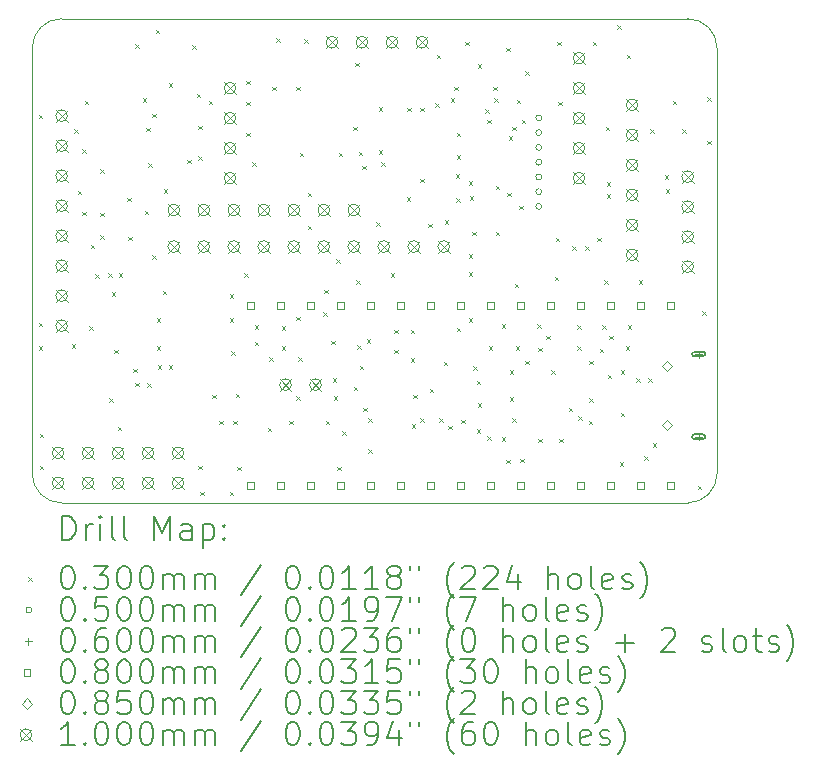
<source format=gbr>
%FSLAX45Y45*%
G04 Gerber Fmt 4.5, Leading zero omitted, Abs format (unit mm)*
G04 Created by KiCad (PCBNEW 5.99.0-unknown-04793924d~104~ubuntu20.04.1) date 2020-11-08 20:52:51*
%MOMM*%
%LPD*%
G01*
G04 APERTURE LIST*
%TA.AperFunction,Profile*%
%ADD10C,0.050000*%
%TD*%
%ADD11C,0.200000*%
%ADD12C,0.030000*%
%ADD13C,0.050000*%
%ADD14C,0.060000*%
%ADD15C,0.080000*%
%ADD16C,0.085000*%
%ADD17C,0.100000*%
G04 APERTURE END LIST*
D10*
X14550000Y-13600000D02*
X9250000Y-13600000D01*
X9000000Y-13350000D02*
X9000000Y-9750000D01*
X9000000Y-9750000D02*
G75*
G02*
X9250000Y-9500000I250000J0D01*
G01*
X9250000Y-9500000D02*
X14550000Y-9500000D01*
X14800000Y-9750000D02*
X14800000Y-13350000D01*
X9250000Y-13600000D02*
G75*
G02*
X9000000Y-13350000I0J250000D01*
G01*
X14550000Y-9500000D02*
G75*
G02*
X14800000Y-9750000I0J-250000D01*
G01*
X14800000Y-13350000D02*
G75*
G02*
X14550000Y-13600000I-250000J0D01*
G01*
D11*
D12*
X9055000Y-10315000D02*
X9085000Y-10345000D01*
X9085000Y-10315000D02*
X9055000Y-10345000D01*
X9055000Y-12075000D02*
X9085000Y-12105000D01*
X9085000Y-12075000D02*
X9055000Y-12105000D01*
X9055000Y-12275000D02*
X9085000Y-12305000D01*
X9085000Y-12275000D02*
X9055000Y-12305000D01*
X9065000Y-13015000D02*
X9095000Y-13045000D01*
X9095000Y-13015000D02*
X9065000Y-13045000D01*
X9065000Y-13285000D02*
X9095000Y-13315000D01*
X9095000Y-13285000D02*
X9065000Y-13315000D01*
X9335000Y-12255000D02*
X9365000Y-12285000D01*
X9365000Y-12255000D02*
X9335000Y-12285000D01*
X9355000Y-10435000D02*
X9385000Y-10465000D01*
X9385000Y-10435000D02*
X9355000Y-10465000D01*
X9385000Y-10955000D02*
X9415000Y-10985000D01*
X9415000Y-10955000D02*
X9385000Y-10985000D01*
X9425000Y-10605000D02*
X9455000Y-10635000D01*
X9455000Y-10605000D02*
X9425000Y-10635000D01*
X9425000Y-11135000D02*
X9455000Y-11165000D01*
X9455000Y-11135000D02*
X9425000Y-11165000D01*
X9445000Y-10195000D02*
X9475000Y-10225000D01*
X9475000Y-10195000D02*
X9445000Y-10225000D01*
X9485000Y-12105000D02*
X9515000Y-12135000D01*
X9515000Y-12105000D02*
X9485000Y-12135000D01*
X9495000Y-11415000D02*
X9525000Y-11445000D01*
X9525000Y-11415000D02*
X9495000Y-11445000D01*
X9535000Y-11665000D02*
X9565000Y-11695000D01*
X9565000Y-11665000D02*
X9535000Y-11695000D01*
X9575000Y-10775000D02*
X9605000Y-10805000D01*
X9605000Y-10775000D02*
X9575000Y-10805000D01*
X9575000Y-11145000D02*
X9605000Y-11175000D01*
X9605000Y-11145000D02*
X9575000Y-11175000D01*
X9575000Y-11335000D02*
X9605000Y-11365000D01*
X9605000Y-11335000D02*
X9575000Y-11365000D01*
X9645000Y-11655000D02*
X9675000Y-11685000D01*
X9675000Y-11655000D02*
X9645000Y-11685000D01*
X9655000Y-12715000D02*
X9685000Y-12745000D01*
X9685000Y-12715000D02*
X9655000Y-12745000D01*
X9675000Y-11815000D02*
X9705000Y-11845000D01*
X9705000Y-11815000D02*
X9675000Y-11845000D01*
X9695000Y-12305000D02*
X9725000Y-12335000D01*
X9725000Y-12305000D02*
X9695000Y-12335000D01*
X9725000Y-12955000D02*
X9755000Y-12985000D01*
X9755000Y-12955000D02*
X9725000Y-12985000D01*
X9735000Y-11655000D02*
X9765000Y-11685000D01*
X9765000Y-11655000D02*
X9735000Y-11685000D01*
X9805000Y-11015000D02*
X9835000Y-11045000D01*
X9835000Y-11015000D02*
X9805000Y-11045000D01*
X9815000Y-11345000D02*
X9845000Y-11375000D01*
X9845000Y-11345000D02*
X9815000Y-11375000D01*
X9855000Y-12465000D02*
X9885000Y-12495000D01*
X9885000Y-12465000D02*
X9855000Y-12495000D01*
X9875000Y-9715000D02*
X9905000Y-9745000D01*
X9905000Y-9715000D02*
X9875000Y-9745000D01*
X9875000Y-12582000D02*
X9905000Y-12612000D01*
X9905000Y-12582000D02*
X9875000Y-12612000D01*
X9935000Y-10175000D02*
X9965000Y-10205000D01*
X9965000Y-10175000D02*
X9935000Y-10205000D01*
X9955000Y-11125000D02*
X9985000Y-11155000D01*
X9985000Y-11125000D02*
X9955000Y-11155000D01*
X9965000Y-10425000D02*
X9995000Y-10455000D01*
X9995000Y-10425000D02*
X9965000Y-10455000D01*
X9975000Y-12585000D02*
X10005000Y-12615000D01*
X10005000Y-12585000D02*
X9975000Y-12615000D01*
X9985000Y-10725000D02*
X10015000Y-10755000D01*
X10015000Y-10725000D02*
X9985000Y-10755000D01*
X10015000Y-10305000D02*
X10045000Y-10335000D01*
X10045000Y-10305000D02*
X10015000Y-10335000D01*
X10015000Y-11505000D02*
X10045000Y-11535000D01*
X10045000Y-11505000D02*
X10015000Y-11535000D01*
X10045000Y-9595000D02*
X10075000Y-9625000D01*
X10075000Y-9595000D02*
X10045000Y-9625000D01*
X10055000Y-12035000D02*
X10085000Y-12065000D01*
X10085000Y-12035000D02*
X10055000Y-12065000D01*
X10055000Y-12275000D02*
X10085000Y-12305000D01*
X10085000Y-12275000D02*
X10055000Y-12305000D01*
X10065000Y-12435000D02*
X10095000Y-12465000D01*
X10095000Y-12435000D02*
X10065000Y-12465000D01*
X10105000Y-11805000D02*
X10135000Y-11835000D01*
X10135000Y-11805000D02*
X10105000Y-11835000D01*
X10115000Y-10945000D02*
X10145000Y-10975000D01*
X10145000Y-10945000D02*
X10115000Y-10975000D01*
X10155000Y-10045000D02*
X10185000Y-10075000D01*
X10185000Y-10045000D02*
X10155000Y-10075000D01*
X10155000Y-12435000D02*
X10185000Y-12465000D01*
X10185000Y-12435000D02*
X10155000Y-12465000D01*
X10315000Y-10695000D02*
X10345000Y-10725000D01*
X10345000Y-10695000D02*
X10315000Y-10725000D01*
X10355000Y-9725000D02*
X10385000Y-9755000D01*
X10385000Y-9725000D02*
X10355000Y-9755000D01*
X10395000Y-10135000D02*
X10425000Y-10165000D01*
X10425000Y-10135000D02*
X10395000Y-10165000D01*
X10405000Y-10405000D02*
X10435000Y-10435000D01*
X10435000Y-10405000D02*
X10405000Y-10435000D01*
X10405000Y-10665000D02*
X10435000Y-10695000D01*
X10435000Y-10665000D02*
X10405000Y-10695000D01*
X10405000Y-13285000D02*
X10435000Y-13315000D01*
X10435000Y-13285000D02*
X10405000Y-13315000D01*
X10425000Y-13505000D02*
X10455000Y-13535000D01*
X10455000Y-13505000D02*
X10425000Y-13535000D01*
X10495000Y-10195000D02*
X10525000Y-10225000D01*
X10525000Y-10195000D02*
X10495000Y-10225000D01*
X10525000Y-12685000D02*
X10555000Y-12715000D01*
X10555000Y-12685000D02*
X10525000Y-12715000D01*
X10585000Y-12905000D02*
X10615000Y-12935000D01*
X10615000Y-12905000D02*
X10585000Y-12935000D01*
X10675000Y-11835000D02*
X10705000Y-11865000D01*
X10705000Y-11835000D02*
X10675000Y-11865000D01*
X10675000Y-12035000D02*
X10705000Y-12065000D01*
X10705000Y-12035000D02*
X10675000Y-12065000D01*
X10675000Y-13505000D02*
X10705000Y-13535000D01*
X10705000Y-13505000D02*
X10675000Y-13535000D01*
X10685000Y-12315000D02*
X10715000Y-12345000D01*
X10715000Y-12315000D02*
X10685000Y-12345000D01*
X10705000Y-12905000D02*
X10735000Y-12935000D01*
X10735000Y-12905000D02*
X10705000Y-12935000D01*
X10725000Y-12675000D02*
X10755000Y-12705000D01*
X10755000Y-12675000D02*
X10725000Y-12705000D01*
X10735000Y-13295000D02*
X10765000Y-13325000D01*
X10765000Y-13295000D02*
X10735000Y-13325000D01*
X10795000Y-11655000D02*
X10825000Y-11685000D01*
X10825000Y-11655000D02*
X10795000Y-11685000D01*
X10815000Y-10025000D02*
X10845000Y-10055000D01*
X10845000Y-10025000D02*
X10815000Y-10055000D01*
X10815000Y-10205000D02*
X10845000Y-10235000D01*
X10845000Y-10205000D02*
X10815000Y-10235000D01*
X10815000Y-10465000D02*
X10845000Y-10495000D01*
X10845000Y-10465000D02*
X10815000Y-10495000D01*
X10865000Y-10715000D02*
X10895000Y-10745000D01*
X10895000Y-10715000D02*
X10865000Y-10745000D01*
X10885000Y-12095000D02*
X10915000Y-12125000D01*
X10915000Y-12095000D02*
X10885000Y-12125000D01*
X10885000Y-12235000D02*
X10915000Y-12265000D01*
X10915000Y-12235000D02*
X10885000Y-12265000D01*
X10995000Y-12965000D02*
X11025000Y-12995000D01*
X11025000Y-12965000D02*
X10995000Y-12995000D01*
X11007500Y-12367500D02*
X11037500Y-12397500D01*
X11037500Y-12367500D02*
X11007500Y-12397500D01*
X11035000Y-10075000D02*
X11065000Y-10105000D01*
X11065000Y-10075000D02*
X11035000Y-10105000D01*
X11065000Y-9665000D02*
X11095000Y-9695000D01*
X11095000Y-9665000D02*
X11065000Y-9695000D01*
X11115000Y-12105000D02*
X11145000Y-12135000D01*
X11145000Y-12105000D02*
X11115000Y-12135000D01*
X11115000Y-12275000D02*
X11145000Y-12305000D01*
X11145000Y-12275000D02*
X11115000Y-12305000D01*
X11175000Y-12905000D02*
X11205000Y-12935000D01*
X11205000Y-12905000D02*
X11175000Y-12935000D01*
X11235000Y-10075000D02*
X11265000Y-10105000D01*
X11265000Y-10075000D02*
X11235000Y-10105000D01*
X11235000Y-12025000D02*
X11265000Y-12055000D01*
X11265000Y-12025000D02*
X11235000Y-12055000D01*
X11235000Y-12695000D02*
X11265000Y-12725000D01*
X11265000Y-12695000D02*
X11235000Y-12725000D01*
X11252500Y-12367500D02*
X11282500Y-12397500D01*
X11282500Y-12367500D02*
X11252500Y-12397500D01*
X11265000Y-10635000D02*
X11295000Y-10665000D01*
X11295000Y-10635000D02*
X11265000Y-10665000D01*
X11305000Y-9675000D02*
X11335000Y-9705000D01*
X11335000Y-9675000D02*
X11305000Y-9705000D01*
X11335000Y-10975000D02*
X11365000Y-11005000D01*
X11365000Y-10975000D02*
X11335000Y-11005000D01*
X11335000Y-11255000D02*
X11365000Y-11285000D01*
X11365000Y-11255000D02*
X11335000Y-11285000D01*
X11465000Y-11985000D02*
X11495000Y-12015000D01*
X11495000Y-11985000D02*
X11465000Y-12015000D01*
X11475000Y-11795000D02*
X11505000Y-11825000D01*
X11505000Y-11795000D02*
X11475000Y-11825000D01*
X11485000Y-12905000D02*
X11515000Y-12935000D01*
X11515000Y-12905000D02*
X11485000Y-12935000D01*
X11535000Y-12225000D02*
X11565000Y-12255000D01*
X11565000Y-12225000D02*
X11535000Y-12255000D01*
X11545000Y-12545000D02*
X11575000Y-12575000D01*
X11575000Y-12545000D02*
X11545000Y-12575000D01*
X11555000Y-12695000D02*
X11585000Y-12725000D01*
X11585000Y-12695000D02*
X11555000Y-12725000D01*
X11575000Y-11535000D02*
X11605000Y-11565000D01*
X11605000Y-11535000D02*
X11575000Y-11565000D01*
X11585000Y-13295000D02*
X11615000Y-13325000D01*
X11615000Y-13295000D02*
X11585000Y-13325000D01*
X11595000Y-10635000D02*
X11625000Y-10665000D01*
X11625000Y-10635000D02*
X11595000Y-10665000D01*
X11625000Y-12995000D02*
X11655000Y-13025000D01*
X11655000Y-12995000D02*
X11625000Y-13025000D01*
X11720000Y-10415000D02*
X11750000Y-10445000D01*
X11750000Y-10415000D02*
X11720000Y-10445000D01*
X11725000Y-12615000D02*
X11755000Y-12645000D01*
X11755000Y-12615000D02*
X11725000Y-12645000D01*
X11735000Y-9875000D02*
X11765000Y-9905000D01*
X11765000Y-9875000D02*
X11735000Y-9905000D01*
X11745000Y-11715000D02*
X11775000Y-11745000D01*
X11775000Y-11715000D02*
X11745000Y-11745000D01*
X11755000Y-12265000D02*
X11785000Y-12295000D01*
X11785000Y-12265000D02*
X11755000Y-12295000D01*
X11765000Y-10625000D02*
X11795000Y-10655000D01*
X11795000Y-10625000D02*
X11765000Y-10655000D01*
X11775000Y-12437500D02*
X11805000Y-12467500D01*
X11805000Y-12437500D02*
X11775000Y-12467500D01*
X11795000Y-10745000D02*
X11825000Y-10775000D01*
X11825000Y-10745000D02*
X11795000Y-10775000D01*
X11805000Y-12795000D02*
X11835000Y-12825000D01*
X11835000Y-12795000D02*
X11805000Y-12825000D01*
X11835000Y-12215000D02*
X11865000Y-12245000D01*
X11865000Y-12215000D02*
X11835000Y-12245000D01*
X11845000Y-12885000D02*
X11875000Y-12915000D01*
X11875000Y-12885000D02*
X11845000Y-12915000D01*
X11845000Y-13145000D02*
X11875000Y-13175000D01*
X11875000Y-13145000D02*
X11845000Y-13175000D01*
X11915000Y-11225000D02*
X11945000Y-11255000D01*
X11945000Y-11225000D02*
X11915000Y-11255000D01*
X11935000Y-10250000D02*
X11965000Y-10280000D01*
X11965000Y-10250000D02*
X11935000Y-10280000D01*
X11935000Y-10615000D02*
X11965000Y-10645000D01*
X11965000Y-10615000D02*
X11935000Y-10645000D01*
X11955000Y-10715000D02*
X11985000Y-10745000D01*
X11985000Y-10715000D02*
X11955000Y-10745000D01*
X12035000Y-11655000D02*
X12065000Y-11685000D01*
X12065000Y-11655000D02*
X12035000Y-11685000D01*
X12065000Y-12135000D02*
X12095000Y-12165000D01*
X12095000Y-12135000D02*
X12065000Y-12165000D01*
X12065000Y-12305000D02*
X12095000Y-12335000D01*
X12095000Y-12305000D02*
X12065000Y-12335000D01*
X12170129Y-11010335D02*
X12200129Y-11040335D01*
X12200129Y-11010335D02*
X12170129Y-11040335D01*
X12175000Y-10255000D02*
X12205000Y-10285000D01*
X12205000Y-10255000D02*
X12175000Y-10285000D01*
X12205000Y-12135000D02*
X12235000Y-12165000D01*
X12235000Y-12135000D02*
X12205000Y-12165000D01*
X12205000Y-12375000D02*
X12235000Y-12405000D01*
X12235000Y-12375000D02*
X12205000Y-12405000D01*
X12215000Y-12935000D02*
X12245000Y-12965000D01*
X12245000Y-12935000D02*
X12215000Y-12965000D01*
X12225000Y-12685000D02*
X12255000Y-12715000D01*
X12255000Y-12685000D02*
X12225000Y-12715000D01*
X12285000Y-10255000D02*
X12315000Y-10285000D01*
X12315000Y-10255000D02*
X12285000Y-10285000D01*
X12285000Y-10855000D02*
X12315000Y-10885000D01*
X12315000Y-10855000D02*
X12285000Y-10885000D01*
X12285000Y-12885000D02*
X12315000Y-12915000D01*
X12315000Y-12885000D02*
X12285000Y-12915000D01*
X12355000Y-11235000D02*
X12385000Y-11265000D01*
X12385000Y-11235000D02*
X12355000Y-11265000D01*
X12365000Y-12635000D02*
X12395000Y-12665000D01*
X12395000Y-12635000D02*
X12365000Y-12665000D01*
X12415000Y-10215000D02*
X12445000Y-10245000D01*
X12445000Y-10215000D02*
X12415000Y-10245000D01*
X12425000Y-9805000D02*
X12455000Y-9835000D01*
X12455000Y-9805000D02*
X12425000Y-9835000D01*
X12445000Y-12885000D02*
X12475000Y-12915000D01*
X12475000Y-12885000D02*
X12445000Y-12915000D01*
X12485000Y-12405000D02*
X12515000Y-12435000D01*
X12515000Y-12405000D02*
X12485000Y-12435000D01*
X12495000Y-11205000D02*
X12525000Y-11235000D01*
X12525000Y-11205000D02*
X12495000Y-11235000D01*
X12525000Y-12945000D02*
X12555000Y-12975000D01*
X12555000Y-12945000D02*
X12525000Y-12975000D01*
X12545000Y-10175000D02*
X12575000Y-10205000D01*
X12575000Y-10175000D02*
X12545000Y-10205000D01*
X12575000Y-10075000D02*
X12605000Y-10105000D01*
X12605000Y-10075000D02*
X12575000Y-10105000D01*
X12585000Y-10815000D02*
X12615000Y-10845000D01*
X12615000Y-10815000D02*
X12585000Y-10845000D01*
X12590000Y-11020000D02*
X12620000Y-11050000D01*
X12620000Y-11020000D02*
X12590000Y-11050000D01*
X12595000Y-10465000D02*
X12625000Y-10495000D01*
X12625000Y-10465000D02*
X12595000Y-10495000D01*
X12595000Y-10655000D02*
X12625000Y-10685000D01*
X12625000Y-10655000D02*
X12595000Y-10685000D01*
X12595000Y-12115000D02*
X12625000Y-12145000D01*
X12625000Y-12115000D02*
X12595000Y-12145000D01*
X12635000Y-12895000D02*
X12665000Y-12925000D01*
X12665000Y-12895000D02*
X12635000Y-12925000D01*
X12665000Y-9695000D02*
X12695000Y-9725000D01*
X12695000Y-9695000D02*
X12665000Y-9725000D01*
X12695000Y-10875000D02*
X12725000Y-10905000D01*
X12725000Y-10875000D02*
X12695000Y-10905000D01*
X12695000Y-11495000D02*
X12725000Y-11525000D01*
X12725000Y-11495000D02*
X12695000Y-11525000D01*
X12695000Y-11645000D02*
X12725000Y-11675000D01*
X12725000Y-11645000D02*
X12695000Y-11675000D01*
X12695000Y-12035000D02*
X12725000Y-12065000D01*
X12725000Y-12035000D02*
X12695000Y-12065000D01*
X12705000Y-11005000D02*
X12735000Y-11035000D01*
X12735000Y-11005000D02*
X12705000Y-11035000D01*
X12725000Y-11305000D02*
X12755000Y-11335000D01*
X12755000Y-11305000D02*
X12725000Y-11335000D01*
X12735000Y-12445000D02*
X12765000Y-12475000D01*
X12765000Y-12445000D02*
X12735000Y-12475000D01*
X12765000Y-12565000D02*
X12795000Y-12595000D01*
X12795000Y-12565000D02*
X12765000Y-12595000D01*
X12765000Y-12975000D02*
X12795000Y-13005000D01*
X12795000Y-12975000D02*
X12765000Y-13005000D01*
X12775000Y-9885000D02*
X12805000Y-9915000D01*
X12805000Y-9885000D02*
X12775000Y-9915000D01*
X12775000Y-12755000D02*
X12805000Y-12785000D01*
X12805000Y-12755000D02*
X12775000Y-12785000D01*
X12835000Y-10265000D02*
X12865000Y-10295000D01*
X12865000Y-10265000D02*
X12835000Y-10295000D01*
X12855000Y-10355000D02*
X12885000Y-10385000D01*
X12885000Y-10355000D02*
X12855000Y-10385000D01*
X12855000Y-13035000D02*
X12885000Y-13065000D01*
X12885000Y-13035000D02*
X12855000Y-13065000D01*
X12865000Y-12275000D02*
X12895000Y-12305000D01*
X12895000Y-12275000D02*
X12865000Y-12305000D01*
X12905000Y-10075000D02*
X12935000Y-10105000D01*
X12935000Y-10075000D02*
X12905000Y-10105000D01*
X12915000Y-10175000D02*
X12945000Y-10205000D01*
X12945000Y-10175000D02*
X12915000Y-10205000D01*
X12925000Y-10915000D02*
X12955000Y-10945000D01*
X12955000Y-10915000D02*
X12925000Y-10945000D01*
X12925000Y-11305000D02*
X12955000Y-11335000D01*
X12955000Y-11305000D02*
X12925000Y-11335000D01*
X12975000Y-12085000D02*
X13005000Y-12115000D01*
X13005000Y-12085000D02*
X12975000Y-12115000D01*
X12975000Y-13045000D02*
X13005000Y-13075000D01*
X13005000Y-13045000D02*
X12975000Y-13075000D01*
X13015000Y-9745000D02*
X13045000Y-9775000D01*
X13045000Y-9745000D02*
X13015000Y-9775000D01*
X13015000Y-13235000D02*
X13045000Y-13265000D01*
X13045000Y-13235000D02*
X13015000Y-13265000D01*
X13025000Y-10975000D02*
X13055000Y-11005000D01*
X13055000Y-10975000D02*
X13025000Y-11005000D01*
X13035000Y-10495000D02*
X13065000Y-10525000D01*
X13065000Y-10495000D02*
X13035000Y-10525000D01*
X13045000Y-12475000D02*
X13075000Y-12505000D01*
X13075000Y-12475000D02*
X13045000Y-12505000D01*
X13045000Y-12705000D02*
X13075000Y-12735000D01*
X13075000Y-12705000D02*
X13045000Y-12735000D01*
X13065000Y-10415000D02*
X13095000Y-10445000D01*
X13095000Y-10415000D02*
X13065000Y-10445000D01*
X13065000Y-12885000D02*
X13095000Y-12915000D01*
X13095000Y-12885000D02*
X13065000Y-12915000D01*
X13085000Y-11745000D02*
X13115000Y-11775000D01*
X13115000Y-11745000D02*
X13085000Y-11775000D01*
X13095000Y-12275000D02*
X13125000Y-12305000D01*
X13125000Y-12275000D02*
X13095000Y-12305000D01*
X13105000Y-10185000D02*
X13135000Y-10215000D01*
X13135000Y-10185000D02*
X13105000Y-10215000D01*
X13125000Y-11085000D02*
X13155000Y-11115000D01*
X13155000Y-11085000D02*
X13125000Y-11115000D01*
X13135000Y-13225000D02*
X13165000Y-13255000D01*
X13165000Y-13225000D02*
X13135000Y-13255000D01*
X13145000Y-10355000D02*
X13175000Y-10385000D01*
X13175000Y-10355000D02*
X13145000Y-10385000D01*
X13175000Y-9945000D02*
X13205000Y-9975000D01*
X13205000Y-9945000D02*
X13175000Y-9975000D01*
X13175000Y-12395000D02*
X13205000Y-12425000D01*
X13205000Y-12395000D02*
X13175000Y-12425000D01*
X13275000Y-12085000D02*
X13305000Y-12115000D01*
X13305000Y-12085000D02*
X13275000Y-12115000D01*
X13285000Y-12285000D02*
X13315000Y-12315000D01*
X13315000Y-12285000D02*
X13285000Y-12315000D01*
X13285000Y-13055000D02*
X13315000Y-13085000D01*
X13315000Y-13055000D02*
X13285000Y-13085000D01*
X13355000Y-12185000D02*
X13385000Y-12215000D01*
X13385000Y-12185000D02*
X13355000Y-12215000D01*
X13395000Y-12475000D02*
X13425000Y-12505000D01*
X13425000Y-12475000D02*
X13395000Y-12505000D01*
X13425000Y-11685000D02*
X13455000Y-11715000D01*
X13455000Y-11685000D02*
X13425000Y-11715000D01*
X13435000Y-11355000D02*
X13465000Y-11385000D01*
X13465000Y-11355000D02*
X13435000Y-11385000D01*
X13445000Y-9695000D02*
X13475000Y-9725000D01*
X13475000Y-9695000D02*
X13445000Y-9725000D01*
X13455000Y-10205000D02*
X13485000Y-10235000D01*
X13485000Y-10205000D02*
X13455000Y-10235000D01*
X13465000Y-13055000D02*
X13495000Y-13085000D01*
X13495000Y-13055000D02*
X13465000Y-13085000D01*
X13545000Y-12795000D02*
X13575000Y-12825000D01*
X13575000Y-12795000D02*
X13545000Y-12825000D01*
X13575000Y-11425000D02*
X13605000Y-11455000D01*
X13605000Y-11425000D02*
X13575000Y-11455000D01*
X13615000Y-12095000D02*
X13645000Y-12125000D01*
X13645000Y-12095000D02*
X13615000Y-12125000D01*
X13615000Y-12275000D02*
X13645000Y-12305000D01*
X13645000Y-12275000D02*
X13615000Y-12305000D01*
X13625000Y-12865000D02*
X13655000Y-12895000D01*
X13655000Y-12865000D02*
X13625000Y-12895000D01*
X13685000Y-11425000D02*
X13715000Y-11455000D01*
X13715000Y-11425000D02*
X13685000Y-11455000D01*
X13714718Y-12905000D02*
X13744718Y-12935000D01*
X13744718Y-12905000D02*
X13714718Y-12935000D01*
X13715000Y-12395000D02*
X13745000Y-12425000D01*
X13745000Y-12395000D02*
X13715000Y-12425000D01*
X13715000Y-12715000D02*
X13745000Y-12745000D01*
X13745000Y-12715000D02*
X13715000Y-12745000D01*
X13745000Y-9695000D02*
X13775000Y-9725000D01*
X13775000Y-9695000D02*
X13745000Y-9725000D01*
X13785000Y-11355000D02*
X13815000Y-11385000D01*
X13815000Y-11355000D02*
X13785000Y-11385000D01*
X13805000Y-12295000D02*
X13835000Y-12325000D01*
X13835000Y-12295000D02*
X13805000Y-12325000D01*
X13825000Y-12095000D02*
X13855000Y-12125000D01*
X13855000Y-12095000D02*
X13825000Y-12125000D01*
X13845000Y-11715000D02*
X13875000Y-11745000D01*
X13875000Y-11715000D02*
X13845000Y-11745000D01*
X13855000Y-10415000D02*
X13885000Y-10445000D01*
X13885000Y-10415000D02*
X13855000Y-10445000D01*
X13865000Y-10885000D02*
X13895000Y-10915000D01*
X13895000Y-10885000D02*
X13865000Y-10915000D01*
X13865000Y-10985000D02*
X13895000Y-11015000D01*
X13895000Y-10985000D02*
X13865000Y-11015000D01*
X13875000Y-12515000D02*
X13905000Y-12545000D01*
X13905000Y-12515000D02*
X13875000Y-12545000D01*
X13885000Y-12185000D02*
X13915000Y-12215000D01*
X13915000Y-12185000D02*
X13885000Y-12215000D01*
X13955000Y-9555000D02*
X13985000Y-9585000D01*
X13985000Y-9555000D02*
X13955000Y-9585000D01*
X13975000Y-13255000D02*
X14005000Y-13285000D01*
X14005000Y-13255000D02*
X13975000Y-13285000D01*
X13985000Y-12475000D02*
X14015000Y-12505000D01*
X14015000Y-12475000D02*
X13985000Y-12505000D01*
X13985000Y-12835000D02*
X14015000Y-12865000D01*
X14015000Y-12835000D02*
X13985000Y-12865000D01*
X14025000Y-12275000D02*
X14055000Y-12305000D01*
X14055000Y-12275000D02*
X14025000Y-12305000D01*
X14035000Y-9805000D02*
X14065000Y-9835000D01*
X14065000Y-9805000D02*
X14035000Y-9835000D01*
X14045000Y-12095000D02*
X14075000Y-12125000D01*
X14075000Y-12095000D02*
X14045000Y-12125000D01*
X14115000Y-12545000D02*
X14145000Y-12575000D01*
X14145000Y-12545000D02*
X14115000Y-12575000D01*
X14135000Y-11715000D02*
X14165000Y-11745000D01*
X14165000Y-11715000D02*
X14135000Y-11745000D01*
X14185000Y-13205000D02*
X14215000Y-13235000D01*
X14215000Y-13205000D02*
X14185000Y-13235000D01*
X14215000Y-12545000D02*
X14245000Y-12575000D01*
X14245000Y-12545000D02*
X14215000Y-12575000D01*
X14235000Y-10435000D02*
X14265000Y-10465000D01*
X14265000Y-10435000D02*
X14235000Y-10465000D01*
X14255000Y-13095000D02*
X14285000Y-13125000D01*
X14285000Y-13095000D02*
X14255000Y-13125000D01*
X14355000Y-10825000D02*
X14385000Y-10855000D01*
X14385000Y-10825000D02*
X14355000Y-10855000D01*
X14365000Y-10945000D02*
X14395000Y-10975000D01*
X14395000Y-10945000D02*
X14365000Y-10975000D01*
X14425000Y-10195000D02*
X14455000Y-10225000D01*
X14455000Y-10195000D02*
X14425000Y-10225000D01*
X14505000Y-10435000D02*
X14535000Y-10465000D01*
X14535000Y-10435000D02*
X14505000Y-10465000D01*
X14635000Y-13455000D02*
X14665000Y-13485000D01*
X14665000Y-13455000D02*
X14635000Y-13485000D01*
X14675000Y-11975000D02*
X14705000Y-12005000D01*
X14705000Y-11975000D02*
X14675000Y-12005000D01*
X14715000Y-10165000D02*
X14745000Y-10195000D01*
X14745000Y-10165000D02*
X14715000Y-10195000D01*
X14715000Y-10535000D02*
X14745000Y-10565000D01*
X14745000Y-10535000D02*
X14715000Y-10565000D01*
D13*
X13315000Y-10340000D02*
G75*
G03*
X13315000Y-10340000I-25000J0D01*
G01*
X13315000Y-10465000D02*
G75*
G03*
X13315000Y-10465000I-25000J0D01*
G01*
X13315000Y-10590000D02*
G75*
G03*
X13315000Y-10590000I-25000J0D01*
G01*
X13315000Y-10715000D02*
G75*
G03*
X13315000Y-10715000I-25000J0D01*
G01*
X13315000Y-10840000D02*
G75*
G03*
X13315000Y-10840000I-25000J0D01*
G01*
X13315000Y-10965000D02*
G75*
G03*
X13315000Y-10965000I-25000J0D01*
G01*
X13315000Y-11090000D02*
G75*
G03*
X13315000Y-11090000I-25000J0D01*
G01*
D14*
X14643750Y-12310000D02*
X14643750Y-12370000D01*
X14613750Y-12340000D02*
X14673750Y-12340000D01*
D11*
X14608750Y-12360000D02*
X14678750Y-12360000D01*
X14608750Y-12320000D02*
X14678750Y-12320000D01*
X14678750Y-12360000D02*
G75*
G03*
X14678750Y-12320000I0J20000D01*
G01*
X14608750Y-12320000D02*
G75*
G03*
X14608750Y-12360000I0J-20000D01*
G01*
D14*
X14643750Y-13010000D02*
X14643750Y-13070000D01*
X14613750Y-13040000D02*
X14673750Y-13040000D01*
D11*
X14678750Y-13020000D02*
X14608750Y-13020000D01*
X14678750Y-13060000D02*
X14608750Y-13060000D01*
X14608750Y-13020000D02*
G75*
G03*
X14608750Y-13060000I0J-20000D01*
G01*
X14678750Y-13060000D02*
G75*
G03*
X14678750Y-13020000I0J20000D01*
G01*
D15*
X10878285Y-11954284D02*
X10878285Y-11897715D01*
X10821716Y-11897715D01*
X10821716Y-11954284D01*
X10878285Y-11954284D01*
X10878285Y-13478284D02*
X10878285Y-13421715D01*
X10821716Y-13421715D01*
X10821716Y-13478284D01*
X10878285Y-13478284D01*
X11132285Y-11954284D02*
X11132285Y-11897715D01*
X11075716Y-11897715D01*
X11075716Y-11954284D01*
X11132285Y-11954284D01*
X11132285Y-13478284D02*
X11132285Y-13421715D01*
X11075716Y-13421715D01*
X11075716Y-13478284D01*
X11132285Y-13478284D01*
X11386284Y-11954284D02*
X11386284Y-11897715D01*
X11329715Y-11897715D01*
X11329715Y-11954284D01*
X11386284Y-11954284D01*
X11386284Y-13478284D02*
X11386284Y-13421715D01*
X11329715Y-13421715D01*
X11329715Y-13478284D01*
X11386284Y-13478284D01*
X11640284Y-11954284D02*
X11640284Y-11897715D01*
X11583715Y-11897715D01*
X11583715Y-11954284D01*
X11640284Y-11954284D01*
X11640284Y-13478284D02*
X11640284Y-13421715D01*
X11583715Y-13421715D01*
X11583715Y-13478284D01*
X11640284Y-13478284D01*
X11894284Y-11954284D02*
X11894284Y-11897715D01*
X11837715Y-11897715D01*
X11837715Y-11954284D01*
X11894284Y-11954284D01*
X11894284Y-13478284D02*
X11894284Y-13421715D01*
X11837715Y-13421715D01*
X11837715Y-13478284D01*
X11894284Y-13478284D01*
X12148284Y-11954284D02*
X12148284Y-11897715D01*
X12091715Y-11897715D01*
X12091715Y-11954284D01*
X12148284Y-11954284D01*
X12148284Y-13478284D02*
X12148284Y-13421715D01*
X12091715Y-13421715D01*
X12091715Y-13478284D01*
X12148284Y-13478284D01*
X12402284Y-11954284D02*
X12402284Y-11897715D01*
X12345715Y-11897715D01*
X12345715Y-11954284D01*
X12402284Y-11954284D01*
X12402284Y-13478284D02*
X12402284Y-13421715D01*
X12345715Y-13421715D01*
X12345715Y-13478284D01*
X12402284Y-13478284D01*
X12656284Y-11954284D02*
X12656284Y-11897715D01*
X12599715Y-11897715D01*
X12599715Y-11954284D01*
X12656284Y-11954284D01*
X12656284Y-13478284D02*
X12656284Y-13421715D01*
X12599715Y-13421715D01*
X12599715Y-13478284D01*
X12656284Y-13478284D01*
X12910284Y-11954284D02*
X12910284Y-11897715D01*
X12853715Y-11897715D01*
X12853715Y-11954284D01*
X12910284Y-11954284D01*
X12910284Y-13478284D02*
X12910284Y-13421715D01*
X12853715Y-13421715D01*
X12853715Y-13478284D01*
X12910284Y-13478284D01*
X13164284Y-11954284D02*
X13164284Y-11897715D01*
X13107715Y-11897715D01*
X13107715Y-11954284D01*
X13164284Y-11954284D01*
X13164284Y-13478284D02*
X13164284Y-13421715D01*
X13107715Y-13421715D01*
X13107715Y-13478284D01*
X13164284Y-13478284D01*
X13418284Y-11954284D02*
X13418284Y-11897715D01*
X13361715Y-11897715D01*
X13361715Y-11954284D01*
X13418284Y-11954284D01*
X13418284Y-13478284D02*
X13418284Y-13421715D01*
X13361715Y-13421715D01*
X13361715Y-13478284D01*
X13418284Y-13478284D01*
X13672284Y-11954284D02*
X13672284Y-11897715D01*
X13615715Y-11897715D01*
X13615715Y-11954284D01*
X13672284Y-11954284D01*
X13672284Y-13478284D02*
X13672284Y-13421715D01*
X13615715Y-13421715D01*
X13615715Y-13478284D01*
X13672284Y-13478284D01*
X13926284Y-11954284D02*
X13926284Y-11897715D01*
X13869715Y-11897715D01*
X13869715Y-11954284D01*
X13926284Y-11954284D01*
X13926284Y-13478284D02*
X13926284Y-13421715D01*
X13869715Y-13421715D01*
X13869715Y-13478284D01*
X13926284Y-13478284D01*
X14180284Y-11954284D02*
X14180284Y-11897715D01*
X14123715Y-11897715D01*
X14123715Y-11954284D01*
X14180284Y-11954284D01*
X14180284Y-13478284D02*
X14180284Y-13421715D01*
X14123715Y-13421715D01*
X14123715Y-13478284D01*
X14180284Y-13478284D01*
X14434284Y-11954284D02*
X14434284Y-11897715D01*
X14377715Y-11897715D01*
X14377715Y-11954284D01*
X14434284Y-11954284D01*
X14434284Y-13478284D02*
X14434284Y-13421715D01*
X14377715Y-13421715D01*
X14377715Y-13478284D01*
X14434284Y-13478284D01*
D16*
X14373750Y-12482500D02*
X14416250Y-12440000D01*
X14373750Y-12397500D01*
X14331250Y-12440000D01*
X14373750Y-12482500D01*
X14373750Y-12982500D02*
X14416250Y-12940000D01*
X14373750Y-12897500D01*
X14331250Y-12940000D01*
X14373750Y-12982500D01*
D17*
X9170000Y-13126000D02*
X9270000Y-13226000D01*
X9270000Y-13126000D02*
X9170000Y-13226000D01*
X9270000Y-13176000D02*
G75*
G03*
X9270000Y-13176000I-50000J0D01*
G01*
X9170000Y-13380000D02*
X9270000Y-13480000D01*
X9270000Y-13380000D02*
X9170000Y-13480000D01*
X9270000Y-13430000D02*
G75*
G03*
X9270000Y-13430000I-50000J0D01*
G01*
X9424000Y-13126000D02*
X9524000Y-13226000D01*
X9524000Y-13126000D02*
X9424000Y-13226000D01*
X9524000Y-13176000D02*
G75*
G03*
X9524000Y-13176000I-50000J0D01*
G01*
X9424000Y-13380000D02*
X9524000Y-13480000D01*
X9524000Y-13380000D02*
X9424000Y-13480000D01*
X9524000Y-13430000D02*
G75*
G03*
X9524000Y-13430000I-50000J0D01*
G01*
X9678000Y-13126000D02*
X9778000Y-13226000D01*
X9778000Y-13126000D02*
X9678000Y-13226000D01*
X9778000Y-13176000D02*
G75*
G03*
X9778000Y-13176000I-50000J0D01*
G01*
X9678000Y-13380000D02*
X9778000Y-13480000D01*
X9778000Y-13380000D02*
X9678000Y-13480000D01*
X9778000Y-13430000D02*
G75*
G03*
X9778000Y-13430000I-50000J0D01*
G01*
X9932000Y-13126000D02*
X10032000Y-13226000D01*
X10032000Y-13126000D02*
X9932000Y-13226000D01*
X10032000Y-13176000D02*
G75*
G03*
X10032000Y-13176000I-50000J0D01*
G01*
X9932000Y-13380000D02*
X10032000Y-13480000D01*
X10032000Y-13380000D02*
X9932000Y-13480000D01*
X10032000Y-13430000D02*
G75*
G03*
X10032000Y-13430000I-50000J0D01*
G01*
X10186000Y-13126000D02*
X10286000Y-13226000D01*
X10286000Y-13126000D02*
X10186000Y-13226000D01*
X10286000Y-13176000D02*
G75*
G03*
X10286000Y-13176000I-50000J0D01*
G01*
X10186000Y-13380000D02*
X10286000Y-13480000D01*
X10286000Y-13380000D02*
X10186000Y-13480000D01*
X10286000Y-13430000D02*
G75*
G03*
X10286000Y-13430000I-50000J0D01*
G01*
X14030000Y-10180000D02*
X14130000Y-10280000D01*
X14130000Y-10180000D02*
X14030000Y-10280000D01*
X14130000Y-10230000D02*
G75*
G03*
X14130000Y-10230000I-50000J0D01*
G01*
X14030000Y-10434000D02*
X14130000Y-10534000D01*
X14130000Y-10434000D02*
X14030000Y-10534000D01*
X14130000Y-10484000D02*
G75*
G03*
X14130000Y-10484000I-50000J0D01*
G01*
X14030000Y-10688000D02*
X14130000Y-10788000D01*
X14130000Y-10688000D02*
X14030000Y-10788000D01*
X14130000Y-10738000D02*
G75*
G03*
X14130000Y-10738000I-50000J0D01*
G01*
X14030000Y-10942000D02*
X14130000Y-11042000D01*
X14130000Y-10942000D02*
X14030000Y-11042000D01*
X14130000Y-10992000D02*
G75*
G03*
X14130000Y-10992000I-50000J0D01*
G01*
X14030000Y-11196000D02*
X14130000Y-11296000D01*
X14130000Y-11196000D02*
X14030000Y-11296000D01*
X14130000Y-11246000D02*
G75*
G03*
X14130000Y-11246000I-50000J0D01*
G01*
X14030000Y-11450000D02*
X14130000Y-11550000D01*
X14130000Y-11450000D02*
X14030000Y-11550000D01*
X14130000Y-11500000D02*
G75*
G03*
X14130000Y-11500000I-50000J0D01*
G01*
X10150000Y-11070000D02*
X10250000Y-11170000D01*
X10250000Y-11070000D02*
X10150000Y-11170000D01*
X10250000Y-11120000D02*
G75*
G03*
X10250000Y-11120000I-50000J0D01*
G01*
X14500000Y-10788000D02*
X14600000Y-10888000D01*
X14600000Y-10788000D02*
X14500000Y-10888000D01*
X14600000Y-10838000D02*
G75*
G03*
X14600000Y-10838000I-50000J0D01*
G01*
X14500000Y-11042000D02*
X14600000Y-11142000D01*
X14600000Y-11042000D02*
X14500000Y-11142000D01*
X14600000Y-11092000D02*
G75*
G03*
X14600000Y-11092000I-50000J0D01*
G01*
X10626000Y-10038000D02*
X10726000Y-10138000D01*
X10726000Y-10038000D02*
X10626000Y-10138000D01*
X10726000Y-10088000D02*
G75*
G03*
X10726000Y-10088000I-50000J0D01*
G01*
X10404000Y-11070000D02*
X10504000Y-11170000D01*
X10504000Y-11070000D02*
X10404000Y-11170000D01*
X10504000Y-11120000D02*
G75*
G03*
X10504000Y-11120000I-50000J0D01*
G01*
X10626000Y-10800000D02*
X10726000Y-10900000D01*
X10726000Y-10800000D02*
X10626000Y-10900000D01*
X10726000Y-10850000D02*
G75*
G03*
X10726000Y-10850000I-50000J0D01*
G01*
X10658000Y-11070000D02*
X10758000Y-11170000D01*
X10758000Y-11070000D02*
X10658000Y-11170000D01*
X10758000Y-11120000D02*
G75*
G03*
X10758000Y-11120000I-50000J0D01*
G01*
X10912000Y-11070000D02*
X11012000Y-11170000D01*
X11012000Y-11070000D02*
X10912000Y-11170000D01*
X11012000Y-11120000D02*
G75*
G03*
X11012000Y-11120000I-50000J0D01*
G01*
X11166000Y-11070000D02*
X11266000Y-11170000D01*
X11266000Y-11070000D02*
X11166000Y-11170000D01*
X11266000Y-11120000D02*
G75*
G03*
X11266000Y-11120000I-50000J0D01*
G01*
X11420000Y-11070000D02*
X11520000Y-11170000D01*
X11520000Y-11070000D02*
X11420000Y-11170000D01*
X11520000Y-11120000D02*
G75*
G03*
X11520000Y-11120000I-50000J0D01*
G01*
X11674000Y-11070000D02*
X11774000Y-11170000D01*
X11774000Y-11070000D02*
X11674000Y-11170000D01*
X11774000Y-11120000D02*
G75*
G03*
X11774000Y-11120000I-50000J0D01*
G01*
X14500000Y-11296000D02*
X14600000Y-11396000D01*
X14600000Y-11296000D02*
X14500000Y-11396000D01*
X14600000Y-11346000D02*
G75*
G03*
X14600000Y-11346000I-50000J0D01*
G01*
X14500000Y-11550000D02*
X14600000Y-11650000D01*
X14600000Y-11550000D02*
X14500000Y-11650000D01*
X14600000Y-11600000D02*
G75*
G03*
X14600000Y-11600000I-50000J0D01*
G01*
X10626000Y-10292000D02*
X10726000Y-10392000D01*
X10726000Y-10292000D02*
X10626000Y-10392000D01*
X10726000Y-10342000D02*
G75*
G03*
X10726000Y-10342000I-50000J0D01*
G01*
X10626000Y-10546000D02*
X10726000Y-10646000D01*
X10726000Y-10546000D02*
X10626000Y-10646000D01*
X10726000Y-10596000D02*
G75*
G03*
X10726000Y-10596000I-50000J0D01*
G01*
X10150000Y-11380000D02*
X10250000Y-11480000D01*
X10250000Y-11380000D02*
X10150000Y-11480000D01*
X10250000Y-11430000D02*
G75*
G03*
X10250000Y-11430000I-50000J0D01*
G01*
X10404000Y-11380000D02*
X10504000Y-11480000D01*
X10504000Y-11380000D02*
X10404000Y-11480000D01*
X10504000Y-11430000D02*
G75*
G03*
X10504000Y-11430000I-50000J0D01*
G01*
X10658000Y-11380000D02*
X10758000Y-11480000D01*
X10758000Y-11380000D02*
X10658000Y-11480000D01*
X10758000Y-11430000D02*
G75*
G03*
X10758000Y-11430000I-50000J0D01*
G01*
X10912000Y-11380000D02*
X11012000Y-11480000D01*
X11012000Y-11380000D02*
X10912000Y-11480000D01*
X11012000Y-11430000D02*
G75*
G03*
X11012000Y-11430000I-50000J0D01*
G01*
X11166000Y-11380000D02*
X11266000Y-11480000D01*
X11266000Y-11380000D02*
X11166000Y-11480000D01*
X11266000Y-11430000D02*
G75*
G03*
X11266000Y-11430000I-50000J0D01*
G01*
X11420000Y-11380000D02*
X11520000Y-11480000D01*
X11520000Y-11380000D02*
X11420000Y-11480000D01*
X11520000Y-11430000D02*
G75*
G03*
X11520000Y-11430000I-50000J0D01*
G01*
X11674000Y-11380000D02*
X11774000Y-11480000D01*
X11774000Y-11380000D02*
X11674000Y-11480000D01*
X11774000Y-11430000D02*
G75*
G03*
X11774000Y-11430000I-50000J0D01*
G01*
X11928000Y-11380000D02*
X12028000Y-11480000D01*
X12028000Y-11380000D02*
X11928000Y-11480000D01*
X12028000Y-11430000D02*
G75*
G03*
X12028000Y-11430000I-50000J0D01*
G01*
X12182000Y-11380000D02*
X12282000Y-11480000D01*
X12282000Y-11380000D02*
X12182000Y-11480000D01*
X12282000Y-11430000D02*
G75*
G03*
X12282000Y-11430000I-50000J0D01*
G01*
X12436000Y-11380000D02*
X12536000Y-11480000D01*
X12536000Y-11380000D02*
X12436000Y-11480000D01*
X12536000Y-11430000D02*
G75*
G03*
X12536000Y-11430000I-50000J0D01*
G01*
X11488000Y-9650000D02*
X11588000Y-9750000D01*
X11588000Y-9650000D02*
X11488000Y-9750000D01*
X11588000Y-9700000D02*
G75*
G03*
X11588000Y-9700000I-50000J0D01*
G01*
X11742000Y-9650000D02*
X11842000Y-9750000D01*
X11842000Y-9650000D02*
X11742000Y-9750000D01*
X11842000Y-9700000D02*
G75*
G03*
X11842000Y-9700000I-50000J0D01*
G01*
X11996000Y-9650000D02*
X12096000Y-9750000D01*
X12096000Y-9650000D02*
X11996000Y-9750000D01*
X12096000Y-9700000D02*
G75*
G03*
X12096000Y-9700000I-50000J0D01*
G01*
X12250000Y-9650000D02*
X12350000Y-9750000D01*
X12350000Y-9650000D02*
X12250000Y-9750000D01*
X12350000Y-9700000D02*
G75*
G03*
X12350000Y-9700000I-50000J0D01*
G01*
X11096000Y-12550000D02*
X11196000Y-12650000D01*
X11196000Y-12550000D02*
X11096000Y-12650000D01*
X11196000Y-12600000D02*
G75*
G03*
X11196000Y-12600000I-50000J0D01*
G01*
X11350000Y-12550000D02*
X11450000Y-12650000D01*
X11450000Y-12550000D02*
X11350000Y-12650000D01*
X11450000Y-12600000D02*
G75*
G03*
X11450000Y-12600000I-50000J0D01*
G01*
X9200000Y-10272000D02*
X9300000Y-10372000D01*
X9300000Y-10272000D02*
X9200000Y-10372000D01*
X9300000Y-10322000D02*
G75*
G03*
X9300000Y-10322000I-50000J0D01*
G01*
X9200000Y-10526000D02*
X9300000Y-10626000D01*
X9300000Y-10526000D02*
X9200000Y-10626000D01*
X9300000Y-10576000D02*
G75*
G03*
X9300000Y-10576000I-50000J0D01*
G01*
X9200000Y-10780000D02*
X9300000Y-10880000D01*
X9300000Y-10780000D02*
X9200000Y-10880000D01*
X9300000Y-10830000D02*
G75*
G03*
X9300000Y-10830000I-50000J0D01*
G01*
X9200000Y-11034000D02*
X9300000Y-11134000D01*
X9300000Y-11034000D02*
X9200000Y-11134000D01*
X9300000Y-11084000D02*
G75*
G03*
X9300000Y-11084000I-50000J0D01*
G01*
X9200000Y-11288000D02*
X9300000Y-11388000D01*
X9300000Y-11288000D02*
X9200000Y-11388000D01*
X9300000Y-11338000D02*
G75*
G03*
X9300000Y-11338000I-50000J0D01*
G01*
X9200000Y-11542000D02*
X9300000Y-11642000D01*
X9300000Y-11542000D02*
X9200000Y-11642000D01*
X9300000Y-11592000D02*
G75*
G03*
X9300000Y-11592000I-50000J0D01*
G01*
X13580000Y-9784000D02*
X13680000Y-9884000D01*
X13680000Y-9784000D02*
X13580000Y-9884000D01*
X13680000Y-9834000D02*
G75*
G03*
X13680000Y-9834000I-50000J0D01*
G01*
X9200000Y-11796000D02*
X9300000Y-11896000D01*
X9300000Y-11796000D02*
X9200000Y-11896000D01*
X9300000Y-11846000D02*
G75*
G03*
X9300000Y-11846000I-50000J0D01*
G01*
X9200000Y-12050000D02*
X9300000Y-12150000D01*
X9300000Y-12050000D02*
X9200000Y-12150000D01*
X9300000Y-12100000D02*
G75*
G03*
X9300000Y-12100000I-50000J0D01*
G01*
X13580000Y-10038000D02*
X13680000Y-10138000D01*
X13680000Y-10038000D02*
X13580000Y-10138000D01*
X13680000Y-10088000D02*
G75*
G03*
X13680000Y-10088000I-50000J0D01*
G01*
X13580000Y-10292000D02*
X13680000Y-10392000D01*
X13680000Y-10292000D02*
X13580000Y-10392000D01*
X13680000Y-10342000D02*
G75*
G03*
X13680000Y-10342000I-50000J0D01*
G01*
X13580000Y-10546000D02*
X13680000Y-10646000D01*
X13680000Y-10546000D02*
X13580000Y-10646000D01*
X13680000Y-10596000D02*
G75*
G03*
X13680000Y-10596000I-50000J0D01*
G01*
X13580000Y-10800000D02*
X13680000Y-10900000D01*
X13680000Y-10800000D02*
X13580000Y-10900000D01*
X13680000Y-10850000D02*
G75*
G03*
X13680000Y-10850000I-50000J0D01*
G01*
D11*
X9255119Y-13912976D02*
X9255119Y-13712976D01*
X9302738Y-13712976D01*
X9331309Y-13722500D01*
X9350357Y-13741548D01*
X9359881Y-13760595D01*
X9369405Y-13798690D01*
X9369405Y-13827262D01*
X9359881Y-13865357D01*
X9350357Y-13884405D01*
X9331309Y-13903452D01*
X9302738Y-13912976D01*
X9255119Y-13912976D01*
X9455119Y-13912976D02*
X9455119Y-13779643D01*
X9455119Y-13817738D02*
X9464643Y-13798690D01*
X9474167Y-13789167D01*
X9493214Y-13779643D01*
X9512262Y-13779643D01*
X9578928Y-13912976D02*
X9578928Y-13779643D01*
X9578928Y-13712976D02*
X9569405Y-13722500D01*
X9578928Y-13732024D01*
X9588452Y-13722500D01*
X9578928Y-13712976D01*
X9578928Y-13732024D01*
X9702738Y-13912976D02*
X9683690Y-13903452D01*
X9674167Y-13884405D01*
X9674167Y-13712976D01*
X9807500Y-13912976D02*
X9788452Y-13903452D01*
X9778928Y-13884405D01*
X9778928Y-13712976D01*
X10036071Y-13912976D02*
X10036071Y-13712976D01*
X10102738Y-13855833D01*
X10169405Y-13712976D01*
X10169405Y-13912976D01*
X10350357Y-13912976D02*
X10350357Y-13808214D01*
X10340833Y-13789167D01*
X10321786Y-13779643D01*
X10283690Y-13779643D01*
X10264643Y-13789167D01*
X10350357Y-13903452D02*
X10331309Y-13912976D01*
X10283690Y-13912976D01*
X10264643Y-13903452D01*
X10255119Y-13884405D01*
X10255119Y-13865357D01*
X10264643Y-13846310D01*
X10283690Y-13836786D01*
X10331309Y-13836786D01*
X10350357Y-13827262D01*
X10445595Y-13779643D02*
X10445595Y-13979643D01*
X10445595Y-13789167D02*
X10464643Y-13779643D01*
X10502738Y-13779643D01*
X10521786Y-13789167D01*
X10531309Y-13798690D01*
X10540833Y-13817738D01*
X10540833Y-13874881D01*
X10531309Y-13893929D01*
X10521786Y-13903452D01*
X10502738Y-13912976D01*
X10464643Y-13912976D01*
X10445595Y-13903452D01*
X10626548Y-13893929D02*
X10636071Y-13903452D01*
X10626548Y-13912976D01*
X10617024Y-13903452D01*
X10626548Y-13893929D01*
X10626548Y-13912976D01*
X10626548Y-13789167D02*
X10636071Y-13798690D01*
X10626548Y-13808214D01*
X10617024Y-13798690D01*
X10626548Y-13789167D01*
X10626548Y-13808214D01*
D12*
X8967500Y-14227500D02*
X8997500Y-14257500D01*
X8997500Y-14227500D02*
X8967500Y-14257500D01*
D11*
X9293214Y-14132976D02*
X9312262Y-14132976D01*
X9331309Y-14142500D01*
X9340833Y-14152024D01*
X9350357Y-14171071D01*
X9359881Y-14209167D01*
X9359881Y-14256786D01*
X9350357Y-14294881D01*
X9340833Y-14313929D01*
X9331309Y-14323452D01*
X9312262Y-14332976D01*
X9293214Y-14332976D01*
X9274167Y-14323452D01*
X9264643Y-14313929D01*
X9255119Y-14294881D01*
X9245595Y-14256786D01*
X9245595Y-14209167D01*
X9255119Y-14171071D01*
X9264643Y-14152024D01*
X9274167Y-14142500D01*
X9293214Y-14132976D01*
X9445595Y-14313929D02*
X9455119Y-14323452D01*
X9445595Y-14332976D01*
X9436071Y-14323452D01*
X9445595Y-14313929D01*
X9445595Y-14332976D01*
X9521786Y-14132976D02*
X9645595Y-14132976D01*
X9578928Y-14209167D01*
X9607500Y-14209167D01*
X9626548Y-14218690D01*
X9636071Y-14228214D01*
X9645595Y-14247262D01*
X9645595Y-14294881D01*
X9636071Y-14313929D01*
X9626548Y-14323452D01*
X9607500Y-14332976D01*
X9550357Y-14332976D01*
X9531309Y-14323452D01*
X9521786Y-14313929D01*
X9769405Y-14132976D02*
X9788452Y-14132976D01*
X9807500Y-14142500D01*
X9817024Y-14152024D01*
X9826548Y-14171071D01*
X9836071Y-14209167D01*
X9836071Y-14256786D01*
X9826548Y-14294881D01*
X9817024Y-14313929D01*
X9807500Y-14323452D01*
X9788452Y-14332976D01*
X9769405Y-14332976D01*
X9750357Y-14323452D01*
X9740833Y-14313929D01*
X9731309Y-14294881D01*
X9721786Y-14256786D01*
X9721786Y-14209167D01*
X9731309Y-14171071D01*
X9740833Y-14152024D01*
X9750357Y-14142500D01*
X9769405Y-14132976D01*
X9959881Y-14132976D02*
X9978928Y-14132976D01*
X9997976Y-14142500D01*
X10007500Y-14152024D01*
X10017024Y-14171071D01*
X10026548Y-14209167D01*
X10026548Y-14256786D01*
X10017024Y-14294881D01*
X10007500Y-14313929D01*
X9997976Y-14323452D01*
X9978928Y-14332976D01*
X9959881Y-14332976D01*
X9940833Y-14323452D01*
X9931309Y-14313929D01*
X9921786Y-14294881D01*
X9912262Y-14256786D01*
X9912262Y-14209167D01*
X9921786Y-14171071D01*
X9931309Y-14152024D01*
X9940833Y-14142500D01*
X9959881Y-14132976D01*
X10112262Y-14332976D02*
X10112262Y-14199643D01*
X10112262Y-14218690D02*
X10121786Y-14209167D01*
X10140833Y-14199643D01*
X10169405Y-14199643D01*
X10188452Y-14209167D01*
X10197976Y-14228214D01*
X10197976Y-14332976D01*
X10197976Y-14228214D02*
X10207500Y-14209167D01*
X10226548Y-14199643D01*
X10255119Y-14199643D01*
X10274167Y-14209167D01*
X10283690Y-14228214D01*
X10283690Y-14332976D01*
X10378928Y-14332976D02*
X10378928Y-14199643D01*
X10378928Y-14218690D02*
X10388452Y-14209167D01*
X10407500Y-14199643D01*
X10436071Y-14199643D01*
X10455119Y-14209167D01*
X10464643Y-14228214D01*
X10464643Y-14332976D01*
X10464643Y-14228214D02*
X10474167Y-14209167D01*
X10493214Y-14199643D01*
X10521786Y-14199643D01*
X10540833Y-14209167D01*
X10550357Y-14228214D01*
X10550357Y-14332976D01*
X10940833Y-14123452D02*
X10769405Y-14380595D01*
X11197976Y-14132976D02*
X11217024Y-14132976D01*
X11236071Y-14142500D01*
X11245595Y-14152024D01*
X11255119Y-14171071D01*
X11264643Y-14209167D01*
X11264643Y-14256786D01*
X11255119Y-14294881D01*
X11245595Y-14313929D01*
X11236071Y-14323452D01*
X11217024Y-14332976D01*
X11197976Y-14332976D01*
X11178928Y-14323452D01*
X11169405Y-14313929D01*
X11159881Y-14294881D01*
X11150357Y-14256786D01*
X11150357Y-14209167D01*
X11159881Y-14171071D01*
X11169405Y-14152024D01*
X11178928Y-14142500D01*
X11197976Y-14132976D01*
X11350357Y-14313929D02*
X11359881Y-14323452D01*
X11350357Y-14332976D01*
X11340833Y-14323452D01*
X11350357Y-14313929D01*
X11350357Y-14332976D01*
X11483690Y-14132976D02*
X11502738Y-14132976D01*
X11521786Y-14142500D01*
X11531309Y-14152024D01*
X11540833Y-14171071D01*
X11550357Y-14209167D01*
X11550357Y-14256786D01*
X11540833Y-14294881D01*
X11531309Y-14313929D01*
X11521786Y-14323452D01*
X11502738Y-14332976D01*
X11483690Y-14332976D01*
X11464643Y-14323452D01*
X11455119Y-14313929D01*
X11445595Y-14294881D01*
X11436071Y-14256786D01*
X11436071Y-14209167D01*
X11445595Y-14171071D01*
X11455119Y-14152024D01*
X11464643Y-14142500D01*
X11483690Y-14132976D01*
X11740833Y-14332976D02*
X11626547Y-14332976D01*
X11683690Y-14332976D02*
X11683690Y-14132976D01*
X11664643Y-14161548D01*
X11645595Y-14180595D01*
X11626547Y-14190119D01*
X11931309Y-14332976D02*
X11817024Y-14332976D01*
X11874166Y-14332976D02*
X11874166Y-14132976D01*
X11855119Y-14161548D01*
X11836071Y-14180595D01*
X11817024Y-14190119D01*
X12045595Y-14218690D02*
X12026547Y-14209167D01*
X12017024Y-14199643D01*
X12007500Y-14180595D01*
X12007500Y-14171071D01*
X12017024Y-14152024D01*
X12026547Y-14142500D01*
X12045595Y-14132976D01*
X12083690Y-14132976D01*
X12102738Y-14142500D01*
X12112262Y-14152024D01*
X12121786Y-14171071D01*
X12121786Y-14180595D01*
X12112262Y-14199643D01*
X12102738Y-14209167D01*
X12083690Y-14218690D01*
X12045595Y-14218690D01*
X12026547Y-14228214D01*
X12017024Y-14237738D01*
X12007500Y-14256786D01*
X12007500Y-14294881D01*
X12017024Y-14313929D01*
X12026547Y-14323452D01*
X12045595Y-14332976D01*
X12083690Y-14332976D01*
X12102738Y-14323452D01*
X12112262Y-14313929D01*
X12121786Y-14294881D01*
X12121786Y-14256786D01*
X12112262Y-14237738D01*
X12102738Y-14228214D01*
X12083690Y-14218690D01*
X12197976Y-14132976D02*
X12197976Y-14171071D01*
X12274166Y-14132976D02*
X12274166Y-14171071D01*
X12569405Y-14409167D02*
X12559881Y-14399643D01*
X12540833Y-14371071D01*
X12531309Y-14352024D01*
X12521786Y-14323452D01*
X12512262Y-14275833D01*
X12512262Y-14237738D01*
X12521786Y-14190119D01*
X12531309Y-14161548D01*
X12540833Y-14142500D01*
X12559881Y-14113929D01*
X12569405Y-14104405D01*
X12636071Y-14152024D02*
X12645595Y-14142500D01*
X12664643Y-14132976D01*
X12712262Y-14132976D01*
X12731309Y-14142500D01*
X12740833Y-14152024D01*
X12750357Y-14171071D01*
X12750357Y-14190119D01*
X12740833Y-14218690D01*
X12626547Y-14332976D01*
X12750357Y-14332976D01*
X12826547Y-14152024D02*
X12836071Y-14142500D01*
X12855119Y-14132976D01*
X12902738Y-14132976D01*
X12921786Y-14142500D01*
X12931309Y-14152024D01*
X12940833Y-14171071D01*
X12940833Y-14190119D01*
X12931309Y-14218690D01*
X12817024Y-14332976D01*
X12940833Y-14332976D01*
X13112262Y-14199643D02*
X13112262Y-14332976D01*
X13064643Y-14123452D02*
X13017024Y-14266310D01*
X13140833Y-14266310D01*
X13369405Y-14332976D02*
X13369405Y-14132976D01*
X13455119Y-14332976D02*
X13455119Y-14228214D01*
X13445595Y-14209167D01*
X13426547Y-14199643D01*
X13397976Y-14199643D01*
X13378928Y-14209167D01*
X13369405Y-14218690D01*
X13578928Y-14332976D02*
X13559881Y-14323452D01*
X13550357Y-14313929D01*
X13540833Y-14294881D01*
X13540833Y-14237738D01*
X13550357Y-14218690D01*
X13559881Y-14209167D01*
X13578928Y-14199643D01*
X13607500Y-14199643D01*
X13626547Y-14209167D01*
X13636071Y-14218690D01*
X13645595Y-14237738D01*
X13645595Y-14294881D01*
X13636071Y-14313929D01*
X13626547Y-14323452D01*
X13607500Y-14332976D01*
X13578928Y-14332976D01*
X13759881Y-14332976D02*
X13740833Y-14323452D01*
X13731309Y-14304405D01*
X13731309Y-14132976D01*
X13912262Y-14323452D02*
X13893214Y-14332976D01*
X13855119Y-14332976D01*
X13836071Y-14323452D01*
X13826547Y-14304405D01*
X13826547Y-14228214D01*
X13836071Y-14209167D01*
X13855119Y-14199643D01*
X13893214Y-14199643D01*
X13912262Y-14209167D01*
X13921786Y-14228214D01*
X13921786Y-14247262D01*
X13826547Y-14266310D01*
X13997976Y-14323452D02*
X14017024Y-14332976D01*
X14055119Y-14332976D01*
X14074166Y-14323452D01*
X14083690Y-14304405D01*
X14083690Y-14294881D01*
X14074166Y-14275833D01*
X14055119Y-14266310D01*
X14026547Y-14266310D01*
X14007500Y-14256786D01*
X13997976Y-14237738D01*
X13997976Y-14228214D01*
X14007500Y-14209167D01*
X14026547Y-14199643D01*
X14055119Y-14199643D01*
X14074166Y-14209167D01*
X14150357Y-14409167D02*
X14159881Y-14399643D01*
X14178928Y-14371071D01*
X14188452Y-14352024D01*
X14197976Y-14323452D01*
X14207500Y-14275833D01*
X14207500Y-14237738D01*
X14197976Y-14190119D01*
X14188452Y-14161548D01*
X14178928Y-14142500D01*
X14159881Y-14113929D01*
X14150357Y-14104405D01*
D13*
X8997500Y-14506500D02*
G75*
G03*
X8997500Y-14506500I-25000J0D01*
G01*
D11*
X9293214Y-14396976D02*
X9312262Y-14396976D01*
X9331309Y-14406500D01*
X9340833Y-14416024D01*
X9350357Y-14435071D01*
X9359881Y-14473167D01*
X9359881Y-14520786D01*
X9350357Y-14558881D01*
X9340833Y-14577929D01*
X9331309Y-14587452D01*
X9312262Y-14596976D01*
X9293214Y-14596976D01*
X9274167Y-14587452D01*
X9264643Y-14577929D01*
X9255119Y-14558881D01*
X9245595Y-14520786D01*
X9245595Y-14473167D01*
X9255119Y-14435071D01*
X9264643Y-14416024D01*
X9274167Y-14406500D01*
X9293214Y-14396976D01*
X9445595Y-14577929D02*
X9455119Y-14587452D01*
X9445595Y-14596976D01*
X9436071Y-14587452D01*
X9445595Y-14577929D01*
X9445595Y-14596976D01*
X9636071Y-14396976D02*
X9540833Y-14396976D01*
X9531309Y-14492214D01*
X9540833Y-14482690D01*
X9559881Y-14473167D01*
X9607500Y-14473167D01*
X9626548Y-14482690D01*
X9636071Y-14492214D01*
X9645595Y-14511262D01*
X9645595Y-14558881D01*
X9636071Y-14577929D01*
X9626548Y-14587452D01*
X9607500Y-14596976D01*
X9559881Y-14596976D01*
X9540833Y-14587452D01*
X9531309Y-14577929D01*
X9769405Y-14396976D02*
X9788452Y-14396976D01*
X9807500Y-14406500D01*
X9817024Y-14416024D01*
X9826548Y-14435071D01*
X9836071Y-14473167D01*
X9836071Y-14520786D01*
X9826548Y-14558881D01*
X9817024Y-14577929D01*
X9807500Y-14587452D01*
X9788452Y-14596976D01*
X9769405Y-14596976D01*
X9750357Y-14587452D01*
X9740833Y-14577929D01*
X9731309Y-14558881D01*
X9721786Y-14520786D01*
X9721786Y-14473167D01*
X9731309Y-14435071D01*
X9740833Y-14416024D01*
X9750357Y-14406500D01*
X9769405Y-14396976D01*
X9959881Y-14396976D02*
X9978928Y-14396976D01*
X9997976Y-14406500D01*
X10007500Y-14416024D01*
X10017024Y-14435071D01*
X10026548Y-14473167D01*
X10026548Y-14520786D01*
X10017024Y-14558881D01*
X10007500Y-14577929D01*
X9997976Y-14587452D01*
X9978928Y-14596976D01*
X9959881Y-14596976D01*
X9940833Y-14587452D01*
X9931309Y-14577929D01*
X9921786Y-14558881D01*
X9912262Y-14520786D01*
X9912262Y-14473167D01*
X9921786Y-14435071D01*
X9931309Y-14416024D01*
X9940833Y-14406500D01*
X9959881Y-14396976D01*
X10112262Y-14596976D02*
X10112262Y-14463643D01*
X10112262Y-14482690D02*
X10121786Y-14473167D01*
X10140833Y-14463643D01*
X10169405Y-14463643D01*
X10188452Y-14473167D01*
X10197976Y-14492214D01*
X10197976Y-14596976D01*
X10197976Y-14492214D02*
X10207500Y-14473167D01*
X10226548Y-14463643D01*
X10255119Y-14463643D01*
X10274167Y-14473167D01*
X10283690Y-14492214D01*
X10283690Y-14596976D01*
X10378928Y-14596976D02*
X10378928Y-14463643D01*
X10378928Y-14482690D02*
X10388452Y-14473167D01*
X10407500Y-14463643D01*
X10436071Y-14463643D01*
X10455119Y-14473167D01*
X10464643Y-14492214D01*
X10464643Y-14596976D01*
X10464643Y-14492214D02*
X10474167Y-14473167D01*
X10493214Y-14463643D01*
X10521786Y-14463643D01*
X10540833Y-14473167D01*
X10550357Y-14492214D01*
X10550357Y-14596976D01*
X10940833Y-14387452D02*
X10769405Y-14644595D01*
X11197976Y-14396976D02*
X11217024Y-14396976D01*
X11236071Y-14406500D01*
X11245595Y-14416024D01*
X11255119Y-14435071D01*
X11264643Y-14473167D01*
X11264643Y-14520786D01*
X11255119Y-14558881D01*
X11245595Y-14577929D01*
X11236071Y-14587452D01*
X11217024Y-14596976D01*
X11197976Y-14596976D01*
X11178928Y-14587452D01*
X11169405Y-14577929D01*
X11159881Y-14558881D01*
X11150357Y-14520786D01*
X11150357Y-14473167D01*
X11159881Y-14435071D01*
X11169405Y-14416024D01*
X11178928Y-14406500D01*
X11197976Y-14396976D01*
X11350357Y-14577929D02*
X11359881Y-14587452D01*
X11350357Y-14596976D01*
X11340833Y-14587452D01*
X11350357Y-14577929D01*
X11350357Y-14596976D01*
X11483690Y-14396976D02*
X11502738Y-14396976D01*
X11521786Y-14406500D01*
X11531309Y-14416024D01*
X11540833Y-14435071D01*
X11550357Y-14473167D01*
X11550357Y-14520786D01*
X11540833Y-14558881D01*
X11531309Y-14577929D01*
X11521786Y-14587452D01*
X11502738Y-14596976D01*
X11483690Y-14596976D01*
X11464643Y-14587452D01*
X11455119Y-14577929D01*
X11445595Y-14558881D01*
X11436071Y-14520786D01*
X11436071Y-14473167D01*
X11445595Y-14435071D01*
X11455119Y-14416024D01*
X11464643Y-14406500D01*
X11483690Y-14396976D01*
X11740833Y-14596976D02*
X11626547Y-14596976D01*
X11683690Y-14596976D02*
X11683690Y-14396976D01*
X11664643Y-14425548D01*
X11645595Y-14444595D01*
X11626547Y-14454119D01*
X11836071Y-14596976D02*
X11874166Y-14596976D01*
X11893214Y-14587452D01*
X11902738Y-14577929D01*
X11921786Y-14549357D01*
X11931309Y-14511262D01*
X11931309Y-14435071D01*
X11921786Y-14416024D01*
X11912262Y-14406500D01*
X11893214Y-14396976D01*
X11855119Y-14396976D01*
X11836071Y-14406500D01*
X11826547Y-14416024D01*
X11817024Y-14435071D01*
X11817024Y-14482690D01*
X11826547Y-14501738D01*
X11836071Y-14511262D01*
X11855119Y-14520786D01*
X11893214Y-14520786D01*
X11912262Y-14511262D01*
X11921786Y-14501738D01*
X11931309Y-14482690D01*
X11997976Y-14396976D02*
X12131309Y-14396976D01*
X12045595Y-14596976D01*
X12197976Y-14396976D02*
X12197976Y-14435071D01*
X12274166Y-14396976D02*
X12274166Y-14435071D01*
X12569405Y-14673167D02*
X12559881Y-14663643D01*
X12540833Y-14635071D01*
X12531309Y-14616024D01*
X12521786Y-14587452D01*
X12512262Y-14539833D01*
X12512262Y-14501738D01*
X12521786Y-14454119D01*
X12531309Y-14425548D01*
X12540833Y-14406500D01*
X12559881Y-14377929D01*
X12569405Y-14368405D01*
X12626547Y-14396976D02*
X12759881Y-14396976D01*
X12674166Y-14596976D01*
X12988452Y-14596976D02*
X12988452Y-14396976D01*
X13074166Y-14596976D02*
X13074166Y-14492214D01*
X13064643Y-14473167D01*
X13045595Y-14463643D01*
X13017024Y-14463643D01*
X12997976Y-14473167D01*
X12988452Y-14482690D01*
X13197976Y-14596976D02*
X13178928Y-14587452D01*
X13169405Y-14577929D01*
X13159881Y-14558881D01*
X13159881Y-14501738D01*
X13169405Y-14482690D01*
X13178928Y-14473167D01*
X13197976Y-14463643D01*
X13226547Y-14463643D01*
X13245595Y-14473167D01*
X13255119Y-14482690D01*
X13264643Y-14501738D01*
X13264643Y-14558881D01*
X13255119Y-14577929D01*
X13245595Y-14587452D01*
X13226547Y-14596976D01*
X13197976Y-14596976D01*
X13378928Y-14596976D02*
X13359881Y-14587452D01*
X13350357Y-14568405D01*
X13350357Y-14396976D01*
X13531309Y-14587452D02*
X13512262Y-14596976D01*
X13474166Y-14596976D01*
X13455119Y-14587452D01*
X13445595Y-14568405D01*
X13445595Y-14492214D01*
X13455119Y-14473167D01*
X13474166Y-14463643D01*
X13512262Y-14463643D01*
X13531309Y-14473167D01*
X13540833Y-14492214D01*
X13540833Y-14511262D01*
X13445595Y-14530310D01*
X13617024Y-14587452D02*
X13636071Y-14596976D01*
X13674166Y-14596976D01*
X13693214Y-14587452D01*
X13702738Y-14568405D01*
X13702738Y-14558881D01*
X13693214Y-14539833D01*
X13674166Y-14530310D01*
X13645595Y-14530310D01*
X13626547Y-14520786D01*
X13617024Y-14501738D01*
X13617024Y-14492214D01*
X13626547Y-14473167D01*
X13645595Y-14463643D01*
X13674166Y-14463643D01*
X13693214Y-14473167D01*
X13769405Y-14673167D02*
X13778928Y-14663643D01*
X13797976Y-14635071D01*
X13807500Y-14616024D01*
X13817024Y-14587452D01*
X13826547Y-14539833D01*
X13826547Y-14501738D01*
X13817024Y-14454119D01*
X13807500Y-14425548D01*
X13797976Y-14406500D01*
X13778928Y-14377929D01*
X13769405Y-14368405D01*
D14*
X8967500Y-14740500D02*
X8967500Y-14800500D01*
X8937500Y-14770500D02*
X8997500Y-14770500D01*
D11*
X9293214Y-14660976D02*
X9312262Y-14660976D01*
X9331309Y-14670500D01*
X9340833Y-14680024D01*
X9350357Y-14699071D01*
X9359881Y-14737167D01*
X9359881Y-14784786D01*
X9350357Y-14822881D01*
X9340833Y-14841929D01*
X9331309Y-14851452D01*
X9312262Y-14860976D01*
X9293214Y-14860976D01*
X9274167Y-14851452D01*
X9264643Y-14841929D01*
X9255119Y-14822881D01*
X9245595Y-14784786D01*
X9245595Y-14737167D01*
X9255119Y-14699071D01*
X9264643Y-14680024D01*
X9274167Y-14670500D01*
X9293214Y-14660976D01*
X9445595Y-14841929D02*
X9455119Y-14851452D01*
X9445595Y-14860976D01*
X9436071Y-14851452D01*
X9445595Y-14841929D01*
X9445595Y-14860976D01*
X9626548Y-14660976D02*
X9588452Y-14660976D01*
X9569405Y-14670500D01*
X9559881Y-14680024D01*
X9540833Y-14708595D01*
X9531309Y-14746690D01*
X9531309Y-14822881D01*
X9540833Y-14841929D01*
X9550357Y-14851452D01*
X9569405Y-14860976D01*
X9607500Y-14860976D01*
X9626548Y-14851452D01*
X9636071Y-14841929D01*
X9645595Y-14822881D01*
X9645595Y-14775262D01*
X9636071Y-14756214D01*
X9626548Y-14746690D01*
X9607500Y-14737167D01*
X9569405Y-14737167D01*
X9550357Y-14746690D01*
X9540833Y-14756214D01*
X9531309Y-14775262D01*
X9769405Y-14660976D02*
X9788452Y-14660976D01*
X9807500Y-14670500D01*
X9817024Y-14680024D01*
X9826548Y-14699071D01*
X9836071Y-14737167D01*
X9836071Y-14784786D01*
X9826548Y-14822881D01*
X9817024Y-14841929D01*
X9807500Y-14851452D01*
X9788452Y-14860976D01*
X9769405Y-14860976D01*
X9750357Y-14851452D01*
X9740833Y-14841929D01*
X9731309Y-14822881D01*
X9721786Y-14784786D01*
X9721786Y-14737167D01*
X9731309Y-14699071D01*
X9740833Y-14680024D01*
X9750357Y-14670500D01*
X9769405Y-14660976D01*
X9959881Y-14660976D02*
X9978928Y-14660976D01*
X9997976Y-14670500D01*
X10007500Y-14680024D01*
X10017024Y-14699071D01*
X10026548Y-14737167D01*
X10026548Y-14784786D01*
X10017024Y-14822881D01*
X10007500Y-14841929D01*
X9997976Y-14851452D01*
X9978928Y-14860976D01*
X9959881Y-14860976D01*
X9940833Y-14851452D01*
X9931309Y-14841929D01*
X9921786Y-14822881D01*
X9912262Y-14784786D01*
X9912262Y-14737167D01*
X9921786Y-14699071D01*
X9931309Y-14680024D01*
X9940833Y-14670500D01*
X9959881Y-14660976D01*
X10112262Y-14860976D02*
X10112262Y-14727643D01*
X10112262Y-14746690D02*
X10121786Y-14737167D01*
X10140833Y-14727643D01*
X10169405Y-14727643D01*
X10188452Y-14737167D01*
X10197976Y-14756214D01*
X10197976Y-14860976D01*
X10197976Y-14756214D02*
X10207500Y-14737167D01*
X10226548Y-14727643D01*
X10255119Y-14727643D01*
X10274167Y-14737167D01*
X10283690Y-14756214D01*
X10283690Y-14860976D01*
X10378928Y-14860976D02*
X10378928Y-14727643D01*
X10378928Y-14746690D02*
X10388452Y-14737167D01*
X10407500Y-14727643D01*
X10436071Y-14727643D01*
X10455119Y-14737167D01*
X10464643Y-14756214D01*
X10464643Y-14860976D01*
X10464643Y-14756214D02*
X10474167Y-14737167D01*
X10493214Y-14727643D01*
X10521786Y-14727643D01*
X10540833Y-14737167D01*
X10550357Y-14756214D01*
X10550357Y-14860976D01*
X10940833Y-14651452D02*
X10769405Y-14908595D01*
X11197976Y-14660976D02*
X11217024Y-14660976D01*
X11236071Y-14670500D01*
X11245595Y-14680024D01*
X11255119Y-14699071D01*
X11264643Y-14737167D01*
X11264643Y-14784786D01*
X11255119Y-14822881D01*
X11245595Y-14841929D01*
X11236071Y-14851452D01*
X11217024Y-14860976D01*
X11197976Y-14860976D01*
X11178928Y-14851452D01*
X11169405Y-14841929D01*
X11159881Y-14822881D01*
X11150357Y-14784786D01*
X11150357Y-14737167D01*
X11159881Y-14699071D01*
X11169405Y-14680024D01*
X11178928Y-14670500D01*
X11197976Y-14660976D01*
X11350357Y-14841929D02*
X11359881Y-14851452D01*
X11350357Y-14860976D01*
X11340833Y-14851452D01*
X11350357Y-14841929D01*
X11350357Y-14860976D01*
X11483690Y-14660976D02*
X11502738Y-14660976D01*
X11521786Y-14670500D01*
X11531309Y-14680024D01*
X11540833Y-14699071D01*
X11550357Y-14737167D01*
X11550357Y-14784786D01*
X11540833Y-14822881D01*
X11531309Y-14841929D01*
X11521786Y-14851452D01*
X11502738Y-14860976D01*
X11483690Y-14860976D01*
X11464643Y-14851452D01*
X11455119Y-14841929D01*
X11445595Y-14822881D01*
X11436071Y-14784786D01*
X11436071Y-14737167D01*
X11445595Y-14699071D01*
X11455119Y-14680024D01*
X11464643Y-14670500D01*
X11483690Y-14660976D01*
X11626547Y-14680024D02*
X11636071Y-14670500D01*
X11655119Y-14660976D01*
X11702738Y-14660976D01*
X11721786Y-14670500D01*
X11731309Y-14680024D01*
X11740833Y-14699071D01*
X11740833Y-14718119D01*
X11731309Y-14746690D01*
X11617024Y-14860976D01*
X11740833Y-14860976D01*
X11807500Y-14660976D02*
X11931309Y-14660976D01*
X11864643Y-14737167D01*
X11893214Y-14737167D01*
X11912262Y-14746690D01*
X11921786Y-14756214D01*
X11931309Y-14775262D01*
X11931309Y-14822881D01*
X11921786Y-14841929D01*
X11912262Y-14851452D01*
X11893214Y-14860976D01*
X11836071Y-14860976D01*
X11817024Y-14851452D01*
X11807500Y-14841929D01*
X12102738Y-14660976D02*
X12064643Y-14660976D01*
X12045595Y-14670500D01*
X12036071Y-14680024D01*
X12017024Y-14708595D01*
X12007500Y-14746690D01*
X12007500Y-14822881D01*
X12017024Y-14841929D01*
X12026547Y-14851452D01*
X12045595Y-14860976D01*
X12083690Y-14860976D01*
X12102738Y-14851452D01*
X12112262Y-14841929D01*
X12121786Y-14822881D01*
X12121786Y-14775262D01*
X12112262Y-14756214D01*
X12102738Y-14746690D01*
X12083690Y-14737167D01*
X12045595Y-14737167D01*
X12026547Y-14746690D01*
X12017024Y-14756214D01*
X12007500Y-14775262D01*
X12197976Y-14660976D02*
X12197976Y-14699071D01*
X12274166Y-14660976D02*
X12274166Y-14699071D01*
X12569405Y-14937167D02*
X12559881Y-14927643D01*
X12540833Y-14899071D01*
X12531309Y-14880024D01*
X12521786Y-14851452D01*
X12512262Y-14803833D01*
X12512262Y-14765738D01*
X12521786Y-14718119D01*
X12531309Y-14689548D01*
X12540833Y-14670500D01*
X12559881Y-14641929D01*
X12569405Y-14632405D01*
X12683690Y-14660976D02*
X12702738Y-14660976D01*
X12721786Y-14670500D01*
X12731309Y-14680024D01*
X12740833Y-14699071D01*
X12750357Y-14737167D01*
X12750357Y-14784786D01*
X12740833Y-14822881D01*
X12731309Y-14841929D01*
X12721786Y-14851452D01*
X12702738Y-14860976D01*
X12683690Y-14860976D01*
X12664643Y-14851452D01*
X12655119Y-14841929D01*
X12645595Y-14822881D01*
X12636071Y-14784786D01*
X12636071Y-14737167D01*
X12645595Y-14699071D01*
X12655119Y-14680024D01*
X12664643Y-14670500D01*
X12683690Y-14660976D01*
X12988452Y-14860976D02*
X12988452Y-14660976D01*
X13074166Y-14860976D02*
X13074166Y-14756214D01*
X13064643Y-14737167D01*
X13045595Y-14727643D01*
X13017024Y-14727643D01*
X12997976Y-14737167D01*
X12988452Y-14746690D01*
X13197976Y-14860976D02*
X13178928Y-14851452D01*
X13169405Y-14841929D01*
X13159881Y-14822881D01*
X13159881Y-14765738D01*
X13169405Y-14746690D01*
X13178928Y-14737167D01*
X13197976Y-14727643D01*
X13226547Y-14727643D01*
X13245595Y-14737167D01*
X13255119Y-14746690D01*
X13264643Y-14765738D01*
X13264643Y-14822881D01*
X13255119Y-14841929D01*
X13245595Y-14851452D01*
X13226547Y-14860976D01*
X13197976Y-14860976D01*
X13378928Y-14860976D02*
X13359881Y-14851452D01*
X13350357Y-14832405D01*
X13350357Y-14660976D01*
X13531309Y-14851452D02*
X13512262Y-14860976D01*
X13474166Y-14860976D01*
X13455119Y-14851452D01*
X13445595Y-14832405D01*
X13445595Y-14756214D01*
X13455119Y-14737167D01*
X13474166Y-14727643D01*
X13512262Y-14727643D01*
X13531309Y-14737167D01*
X13540833Y-14756214D01*
X13540833Y-14775262D01*
X13445595Y-14794310D01*
X13617024Y-14851452D02*
X13636071Y-14860976D01*
X13674166Y-14860976D01*
X13693214Y-14851452D01*
X13702738Y-14832405D01*
X13702738Y-14822881D01*
X13693214Y-14803833D01*
X13674166Y-14794310D01*
X13645595Y-14794310D01*
X13626547Y-14784786D01*
X13617024Y-14765738D01*
X13617024Y-14756214D01*
X13626547Y-14737167D01*
X13645595Y-14727643D01*
X13674166Y-14727643D01*
X13693214Y-14737167D01*
X13940833Y-14784786D02*
X14093214Y-14784786D01*
X14017024Y-14860976D02*
X14017024Y-14708595D01*
X14331309Y-14680024D02*
X14340833Y-14670500D01*
X14359881Y-14660976D01*
X14407500Y-14660976D01*
X14426547Y-14670500D01*
X14436071Y-14680024D01*
X14445595Y-14699071D01*
X14445595Y-14718119D01*
X14436071Y-14746690D01*
X14321786Y-14860976D01*
X14445595Y-14860976D01*
X14674166Y-14851452D02*
X14693214Y-14860976D01*
X14731309Y-14860976D01*
X14750357Y-14851452D01*
X14759881Y-14832405D01*
X14759881Y-14822881D01*
X14750357Y-14803833D01*
X14731309Y-14794310D01*
X14702738Y-14794310D01*
X14683690Y-14784786D01*
X14674166Y-14765738D01*
X14674166Y-14756214D01*
X14683690Y-14737167D01*
X14702738Y-14727643D01*
X14731309Y-14727643D01*
X14750357Y-14737167D01*
X14874166Y-14860976D02*
X14855119Y-14851452D01*
X14845595Y-14832405D01*
X14845595Y-14660976D01*
X14978928Y-14860976D02*
X14959881Y-14851452D01*
X14950357Y-14841929D01*
X14940833Y-14822881D01*
X14940833Y-14765738D01*
X14950357Y-14746690D01*
X14959881Y-14737167D01*
X14978928Y-14727643D01*
X15007500Y-14727643D01*
X15026547Y-14737167D01*
X15036071Y-14746690D01*
X15045595Y-14765738D01*
X15045595Y-14822881D01*
X15036071Y-14841929D01*
X15026547Y-14851452D01*
X15007500Y-14860976D01*
X14978928Y-14860976D01*
X15102738Y-14727643D02*
X15178928Y-14727643D01*
X15131309Y-14660976D02*
X15131309Y-14832405D01*
X15140833Y-14851452D01*
X15159881Y-14860976D01*
X15178928Y-14860976D01*
X15236071Y-14851452D02*
X15255119Y-14860976D01*
X15293214Y-14860976D01*
X15312262Y-14851452D01*
X15321786Y-14832405D01*
X15321786Y-14822881D01*
X15312262Y-14803833D01*
X15293214Y-14794310D01*
X15264643Y-14794310D01*
X15245595Y-14784786D01*
X15236071Y-14765738D01*
X15236071Y-14756214D01*
X15245595Y-14737167D01*
X15264643Y-14727643D01*
X15293214Y-14727643D01*
X15312262Y-14737167D01*
X15388452Y-14937167D02*
X15397976Y-14927643D01*
X15417024Y-14899071D01*
X15426547Y-14880024D01*
X15436071Y-14851452D01*
X15445595Y-14803833D01*
X15445595Y-14765738D01*
X15436071Y-14718119D01*
X15426547Y-14689548D01*
X15417024Y-14670500D01*
X15397976Y-14641929D01*
X15388452Y-14632405D01*
D15*
X8985784Y-15062785D02*
X8985784Y-15006216D01*
X8929215Y-15006216D01*
X8929215Y-15062785D01*
X8985784Y-15062785D01*
D11*
X9293214Y-14924976D02*
X9312262Y-14924976D01*
X9331309Y-14934500D01*
X9340833Y-14944024D01*
X9350357Y-14963071D01*
X9359881Y-15001167D01*
X9359881Y-15048786D01*
X9350357Y-15086881D01*
X9340833Y-15105929D01*
X9331309Y-15115452D01*
X9312262Y-15124976D01*
X9293214Y-15124976D01*
X9274167Y-15115452D01*
X9264643Y-15105929D01*
X9255119Y-15086881D01*
X9245595Y-15048786D01*
X9245595Y-15001167D01*
X9255119Y-14963071D01*
X9264643Y-14944024D01*
X9274167Y-14934500D01*
X9293214Y-14924976D01*
X9445595Y-15105929D02*
X9455119Y-15115452D01*
X9445595Y-15124976D01*
X9436071Y-15115452D01*
X9445595Y-15105929D01*
X9445595Y-15124976D01*
X9569405Y-15010690D02*
X9550357Y-15001167D01*
X9540833Y-14991643D01*
X9531309Y-14972595D01*
X9531309Y-14963071D01*
X9540833Y-14944024D01*
X9550357Y-14934500D01*
X9569405Y-14924976D01*
X9607500Y-14924976D01*
X9626548Y-14934500D01*
X9636071Y-14944024D01*
X9645595Y-14963071D01*
X9645595Y-14972595D01*
X9636071Y-14991643D01*
X9626548Y-15001167D01*
X9607500Y-15010690D01*
X9569405Y-15010690D01*
X9550357Y-15020214D01*
X9540833Y-15029738D01*
X9531309Y-15048786D01*
X9531309Y-15086881D01*
X9540833Y-15105929D01*
X9550357Y-15115452D01*
X9569405Y-15124976D01*
X9607500Y-15124976D01*
X9626548Y-15115452D01*
X9636071Y-15105929D01*
X9645595Y-15086881D01*
X9645595Y-15048786D01*
X9636071Y-15029738D01*
X9626548Y-15020214D01*
X9607500Y-15010690D01*
X9769405Y-14924976D02*
X9788452Y-14924976D01*
X9807500Y-14934500D01*
X9817024Y-14944024D01*
X9826548Y-14963071D01*
X9836071Y-15001167D01*
X9836071Y-15048786D01*
X9826548Y-15086881D01*
X9817024Y-15105929D01*
X9807500Y-15115452D01*
X9788452Y-15124976D01*
X9769405Y-15124976D01*
X9750357Y-15115452D01*
X9740833Y-15105929D01*
X9731309Y-15086881D01*
X9721786Y-15048786D01*
X9721786Y-15001167D01*
X9731309Y-14963071D01*
X9740833Y-14944024D01*
X9750357Y-14934500D01*
X9769405Y-14924976D01*
X9959881Y-14924976D02*
X9978928Y-14924976D01*
X9997976Y-14934500D01*
X10007500Y-14944024D01*
X10017024Y-14963071D01*
X10026548Y-15001167D01*
X10026548Y-15048786D01*
X10017024Y-15086881D01*
X10007500Y-15105929D01*
X9997976Y-15115452D01*
X9978928Y-15124976D01*
X9959881Y-15124976D01*
X9940833Y-15115452D01*
X9931309Y-15105929D01*
X9921786Y-15086881D01*
X9912262Y-15048786D01*
X9912262Y-15001167D01*
X9921786Y-14963071D01*
X9931309Y-14944024D01*
X9940833Y-14934500D01*
X9959881Y-14924976D01*
X10112262Y-15124976D02*
X10112262Y-14991643D01*
X10112262Y-15010690D02*
X10121786Y-15001167D01*
X10140833Y-14991643D01*
X10169405Y-14991643D01*
X10188452Y-15001167D01*
X10197976Y-15020214D01*
X10197976Y-15124976D01*
X10197976Y-15020214D02*
X10207500Y-15001167D01*
X10226548Y-14991643D01*
X10255119Y-14991643D01*
X10274167Y-15001167D01*
X10283690Y-15020214D01*
X10283690Y-15124976D01*
X10378928Y-15124976D02*
X10378928Y-14991643D01*
X10378928Y-15010690D02*
X10388452Y-15001167D01*
X10407500Y-14991643D01*
X10436071Y-14991643D01*
X10455119Y-15001167D01*
X10464643Y-15020214D01*
X10464643Y-15124976D01*
X10464643Y-15020214D02*
X10474167Y-15001167D01*
X10493214Y-14991643D01*
X10521786Y-14991643D01*
X10540833Y-15001167D01*
X10550357Y-15020214D01*
X10550357Y-15124976D01*
X10940833Y-14915452D02*
X10769405Y-15172595D01*
X11197976Y-14924976D02*
X11217024Y-14924976D01*
X11236071Y-14934500D01*
X11245595Y-14944024D01*
X11255119Y-14963071D01*
X11264643Y-15001167D01*
X11264643Y-15048786D01*
X11255119Y-15086881D01*
X11245595Y-15105929D01*
X11236071Y-15115452D01*
X11217024Y-15124976D01*
X11197976Y-15124976D01*
X11178928Y-15115452D01*
X11169405Y-15105929D01*
X11159881Y-15086881D01*
X11150357Y-15048786D01*
X11150357Y-15001167D01*
X11159881Y-14963071D01*
X11169405Y-14944024D01*
X11178928Y-14934500D01*
X11197976Y-14924976D01*
X11350357Y-15105929D02*
X11359881Y-15115452D01*
X11350357Y-15124976D01*
X11340833Y-15115452D01*
X11350357Y-15105929D01*
X11350357Y-15124976D01*
X11483690Y-14924976D02*
X11502738Y-14924976D01*
X11521786Y-14934500D01*
X11531309Y-14944024D01*
X11540833Y-14963071D01*
X11550357Y-15001167D01*
X11550357Y-15048786D01*
X11540833Y-15086881D01*
X11531309Y-15105929D01*
X11521786Y-15115452D01*
X11502738Y-15124976D01*
X11483690Y-15124976D01*
X11464643Y-15115452D01*
X11455119Y-15105929D01*
X11445595Y-15086881D01*
X11436071Y-15048786D01*
X11436071Y-15001167D01*
X11445595Y-14963071D01*
X11455119Y-14944024D01*
X11464643Y-14934500D01*
X11483690Y-14924976D01*
X11617024Y-14924976D02*
X11740833Y-14924976D01*
X11674166Y-15001167D01*
X11702738Y-15001167D01*
X11721786Y-15010690D01*
X11731309Y-15020214D01*
X11740833Y-15039262D01*
X11740833Y-15086881D01*
X11731309Y-15105929D01*
X11721786Y-15115452D01*
X11702738Y-15124976D01*
X11645595Y-15124976D01*
X11626547Y-15115452D01*
X11617024Y-15105929D01*
X11931309Y-15124976D02*
X11817024Y-15124976D01*
X11874166Y-15124976D02*
X11874166Y-14924976D01*
X11855119Y-14953548D01*
X11836071Y-14972595D01*
X11817024Y-14982119D01*
X12112262Y-14924976D02*
X12017024Y-14924976D01*
X12007500Y-15020214D01*
X12017024Y-15010690D01*
X12036071Y-15001167D01*
X12083690Y-15001167D01*
X12102738Y-15010690D01*
X12112262Y-15020214D01*
X12121786Y-15039262D01*
X12121786Y-15086881D01*
X12112262Y-15105929D01*
X12102738Y-15115452D01*
X12083690Y-15124976D01*
X12036071Y-15124976D01*
X12017024Y-15115452D01*
X12007500Y-15105929D01*
X12197976Y-14924976D02*
X12197976Y-14963071D01*
X12274166Y-14924976D02*
X12274166Y-14963071D01*
X12569405Y-15201167D02*
X12559881Y-15191643D01*
X12540833Y-15163071D01*
X12531309Y-15144024D01*
X12521786Y-15115452D01*
X12512262Y-15067833D01*
X12512262Y-15029738D01*
X12521786Y-14982119D01*
X12531309Y-14953548D01*
X12540833Y-14934500D01*
X12559881Y-14905929D01*
X12569405Y-14896405D01*
X12626547Y-14924976D02*
X12750357Y-14924976D01*
X12683690Y-15001167D01*
X12712262Y-15001167D01*
X12731309Y-15010690D01*
X12740833Y-15020214D01*
X12750357Y-15039262D01*
X12750357Y-15086881D01*
X12740833Y-15105929D01*
X12731309Y-15115452D01*
X12712262Y-15124976D01*
X12655119Y-15124976D01*
X12636071Y-15115452D01*
X12626547Y-15105929D01*
X12874166Y-14924976D02*
X12893214Y-14924976D01*
X12912262Y-14934500D01*
X12921786Y-14944024D01*
X12931309Y-14963071D01*
X12940833Y-15001167D01*
X12940833Y-15048786D01*
X12931309Y-15086881D01*
X12921786Y-15105929D01*
X12912262Y-15115452D01*
X12893214Y-15124976D01*
X12874166Y-15124976D01*
X12855119Y-15115452D01*
X12845595Y-15105929D01*
X12836071Y-15086881D01*
X12826547Y-15048786D01*
X12826547Y-15001167D01*
X12836071Y-14963071D01*
X12845595Y-14944024D01*
X12855119Y-14934500D01*
X12874166Y-14924976D01*
X13178928Y-15124976D02*
X13178928Y-14924976D01*
X13264643Y-15124976D02*
X13264643Y-15020214D01*
X13255119Y-15001167D01*
X13236071Y-14991643D01*
X13207500Y-14991643D01*
X13188452Y-15001167D01*
X13178928Y-15010690D01*
X13388452Y-15124976D02*
X13369405Y-15115452D01*
X13359881Y-15105929D01*
X13350357Y-15086881D01*
X13350357Y-15029738D01*
X13359881Y-15010690D01*
X13369405Y-15001167D01*
X13388452Y-14991643D01*
X13417024Y-14991643D01*
X13436071Y-15001167D01*
X13445595Y-15010690D01*
X13455119Y-15029738D01*
X13455119Y-15086881D01*
X13445595Y-15105929D01*
X13436071Y-15115452D01*
X13417024Y-15124976D01*
X13388452Y-15124976D01*
X13569405Y-15124976D02*
X13550357Y-15115452D01*
X13540833Y-15096405D01*
X13540833Y-14924976D01*
X13721786Y-15115452D02*
X13702738Y-15124976D01*
X13664643Y-15124976D01*
X13645595Y-15115452D01*
X13636071Y-15096405D01*
X13636071Y-15020214D01*
X13645595Y-15001167D01*
X13664643Y-14991643D01*
X13702738Y-14991643D01*
X13721786Y-15001167D01*
X13731309Y-15020214D01*
X13731309Y-15039262D01*
X13636071Y-15058310D01*
X13807500Y-15115452D02*
X13826547Y-15124976D01*
X13864643Y-15124976D01*
X13883690Y-15115452D01*
X13893214Y-15096405D01*
X13893214Y-15086881D01*
X13883690Y-15067833D01*
X13864643Y-15058310D01*
X13836071Y-15058310D01*
X13817024Y-15048786D01*
X13807500Y-15029738D01*
X13807500Y-15020214D01*
X13817024Y-15001167D01*
X13836071Y-14991643D01*
X13864643Y-14991643D01*
X13883690Y-15001167D01*
X13959881Y-15201167D02*
X13969405Y-15191643D01*
X13988452Y-15163071D01*
X13997976Y-15144024D01*
X14007500Y-15115452D01*
X14017024Y-15067833D01*
X14017024Y-15029738D01*
X14007500Y-14982119D01*
X13997976Y-14953548D01*
X13988452Y-14934500D01*
X13969405Y-14905929D01*
X13959881Y-14896405D01*
D16*
X8955000Y-15341000D02*
X8997500Y-15298500D01*
X8955000Y-15256000D01*
X8912500Y-15298500D01*
X8955000Y-15341000D01*
D11*
X9293214Y-15188976D02*
X9312262Y-15188976D01*
X9331309Y-15198500D01*
X9340833Y-15208024D01*
X9350357Y-15227071D01*
X9359881Y-15265167D01*
X9359881Y-15312786D01*
X9350357Y-15350881D01*
X9340833Y-15369929D01*
X9331309Y-15379452D01*
X9312262Y-15388976D01*
X9293214Y-15388976D01*
X9274167Y-15379452D01*
X9264643Y-15369929D01*
X9255119Y-15350881D01*
X9245595Y-15312786D01*
X9245595Y-15265167D01*
X9255119Y-15227071D01*
X9264643Y-15208024D01*
X9274167Y-15198500D01*
X9293214Y-15188976D01*
X9445595Y-15369929D02*
X9455119Y-15379452D01*
X9445595Y-15388976D01*
X9436071Y-15379452D01*
X9445595Y-15369929D01*
X9445595Y-15388976D01*
X9569405Y-15274690D02*
X9550357Y-15265167D01*
X9540833Y-15255643D01*
X9531309Y-15236595D01*
X9531309Y-15227071D01*
X9540833Y-15208024D01*
X9550357Y-15198500D01*
X9569405Y-15188976D01*
X9607500Y-15188976D01*
X9626548Y-15198500D01*
X9636071Y-15208024D01*
X9645595Y-15227071D01*
X9645595Y-15236595D01*
X9636071Y-15255643D01*
X9626548Y-15265167D01*
X9607500Y-15274690D01*
X9569405Y-15274690D01*
X9550357Y-15284214D01*
X9540833Y-15293738D01*
X9531309Y-15312786D01*
X9531309Y-15350881D01*
X9540833Y-15369929D01*
X9550357Y-15379452D01*
X9569405Y-15388976D01*
X9607500Y-15388976D01*
X9626548Y-15379452D01*
X9636071Y-15369929D01*
X9645595Y-15350881D01*
X9645595Y-15312786D01*
X9636071Y-15293738D01*
X9626548Y-15284214D01*
X9607500Y-15274690D01*
X9826548Y-15188976D02*
X9731309Y-15188976D01*
X9721786Y-15284214D01*
X9731309Y-15274690D01*
X9750357Y-15265167D01*
X9797976Y-15265167D01*
X9817024Y-15274690D01*
X9826548Y-15284214D01*
X9836071Y-15303262D01*
X9836071Y-15350881D01*
X9826548Y-15369929D01*
X9817024Y-15379452D01*
X9797976Y-15388976D01*
X9750357Y-15388976D01*
X9731309Y-15379452D01*
X9721786Y-15369929D01*
X9959881Y-15188976D02*
X9978928Y-15188976D01*
X9997976Y-15198500D01*
X10007500Y-15208024D01*
X10017024Y-15227071D01*
X10026548Y-15265167D01*
X10026548Y-15312786D01*
X10017024Y-15350881D01*
X10007500Y-15369929D01*
X9997976Y-15379452D01*
X9978928Y-15388976D01*
X9959881Y-15388976D01*
X9940833Y-15379452D01*
X9931309Y-15369929D01*
X9921786Y-15350881D01*
X9912262Y-15312786D01*
X9912262Y-15265167D01*
X9921786Y-15227071D01*
X9931309Y-15208024D01*
X9940833Y-15198500D01*
X9959881Y-15188976D01*
X10112262Y-15388976D02*
X10112262Y-15255643D01*
X10112262Y-15274690D02*
X10121786Y-15265167D01*
X10140833Y-15255643D01*
X10169405Y-15255643D01*
X10188452Y-15265167D01*
X10197976Y-15284214D01*
X10197976Y-15388976D01*
X10197976Y-15284214D02*
X10207500Y-15265167D01*
X10226548Y-15255643D01*
X10255119Y-15255643D01*
X10274167Y-15265167D01*
X10283690Y-15284214D01*
X10283690Y-15388976D01*
X10378928Y-15388976D02*
X10378928Y-15255643D01*
X10378928Y-15274690D02*
X10388452Y-15265167D01*
X10407500Y-15255643D01*
X10436071Y-15255643D01*
X10455119Y-15265167D01*
X10464643Y-15284214D01*
X10464643Y-15388976D01*
X10464643Y-15284214D02*
X10474167Y-15265167D01*
X10493214Y-15255643D01*
X10521786Y-15255643D01*
X10540833Y-15265167D01*
X10550357Y-15284214D01*
X10550357Y-15388976D01*
X10940833Y-15179452D02*
X10769405Y-15436595D01*
X11197976Y-15188976D02*
X11217024Y-15188976D01*
X11236071Y-15198500D01*
X11245595Y-15208024D01*
X11255119Y-15227071D01*
X11264643Y-15265167D01*
X11264643Y-15312786D01*
X11255119Y-15350881D01*
X11245595Y-15369929D01*
X11236071Y-15379452D01*
X11217024Y-15388976D01*
X11197976Y-15388976D01*
X11178928Y-15379452D01*
X11169405Y-15369929D01*
X11159881Y-15350881D01*
X11150357Y-15312786D01*
X11150357Y-15265167D01*
X11159881Y-15227071D01*
X11169405Y-15208024D01*
X11178928Y-15198500D01*
X11197976Y-15188976D01*
X11350357Y-15369929D02*
X11359881Y-15379452D01*
X11350357Y-15388976D01*
X11340833Y-15379452D01*
X11350357Y-15369929D01*
X11350357Y-15388976D01*
X11483690Y-15188976D02*
X11502738Y-15188976D01*
X11521786Y-15198500D01*
X11531309Y-15208024D01*
X11540833Y-15227071D01*
X11550357Y-15265167D01*
X11550357Y-15312786D01*
X11540833Y-15350881D01*
X11531309Y-15369929D01*
X11521786Y-15379452D01*
X11502738Y-15388976D01*
X11483690Y-15388976D01*
X11464643Y-15379452D01*
X11455119Y-15369929D01*
X11445595Y-15350881D01*
X11436071Y-15312786D01*
X11436071Y-15265167D01*
X11445595Y-15227071D01*
X11455119Y-15208024D01*
X11464643Y-15198500D01*
X11483690Y-15188976D01*
X11617024Y-15188976D02*
X11740833Y-15188976D01*
X11674166Y-15265167D01*
X11702738Y-15265167D01*
X11721786Y-15274690D01*
X11731309Y-15284214D01*
X11740833Y-15303262D01*
X11740833Y-15350881D01*
X11731309Y-15369929D01*
X11721786Y-15379452D01*
X11702738Y-15388976D01*
X11645595Y-15388976D01*
X11626547Y-15379452D01*
X11617024Y-15369929D01*
X11807500Y-15188976D02*
X11931309Y-15188976D01*
X11864643Y-15265167D01*
X11893214Y-15265167D01*
X11912262Y-15274690D01*
X11921786Y-15284214D01*
X11931309Y-15303262D01*
X11931309Y-15350881D01*
X11921786Y-15369929D01*
X11912262Y-15379452D01*
X11893214Y-15388976D01*
X11836071Y-15388976D01*
X11817024Y-15379452D01*
X11807500Y-15369929D01*
X12112262Y-15188976D02*
X12017024Y-15188976D01*
X12007500Y-15284214D01*
X12017024Y-15274690D01*
X12036071Y-15265167D01*
X12083690Y-15265167D01*
X12102738Y-15274690D01*
X12112262Y-15284214D01*
X12121786Y-15303262D01*
X12121786Y-15350881D01*
X12112262Y-15369929D01*
X12102738Y-15379452D01*
X12083690Y-15388976D01*
X12036071Y-15388976D01*
X12017024Y-15379452D01*
X12007500Y-15369929D01*
X12197976Y-15188976D02*
X12197976Y-15227071D01*
X12274166Y-15188976D02*
X12274166Y-15227071D01*
X12569405Y-15465167D02*
X12559881Y-15455643D01*
X12540833Y-15427071D01*
X12531309Y-15408024D01*
X12521786Y-15379452D01*
X12512262Y-15331833D01*
X12512262Y-15293738D01*
X12521786Y-15246119D01*
X12531309Y-15217548D01*
X12540833Y-15198500D01*
X12559881Y-15169929D01*
X12569405Y-15160405D01*
X12636071Y-15208024D02*
X12645595Y-15198500D01*
X12664643Y-15188976D01*
X12712262Y-15188976D01*
X12731309Y-15198500D01*
X12740833Y-15208024D01*
X12750357Y-15227071D01*
X12750357Y-15246119D01*
X12740833Y-15274690D01*
X12626547Y-15388976D01*
X12750357Y-15388976D01*
X12988452Y-15388976D02*
X12988452Y-15188976D01*
X13074166Y-15388976D02*
X13074166Y-15284214D01*
X13064643Y-15265167D01*
X13045595Y-15255643D01*
X13017024Y-15255643D01*
X12997976Y-15265167D01*
X12988452Y-15274690D01*
X13197976Y-15388976D02*
X13178928Y-15379452D01*
X13169405Y-15369929D01*
X13159881Y-15350881D01*
X13159881Y-15293738D01*
X13169405Y-15274690D01*
X13178928Y-15265167D01*
X13197976Y-15255643D01*
X13226547Y-15255643D01*
X13245595Y-15265167D01*
X13255119Y-15274690D01*
X13264643Y-15293738D01*
X13264643Y-15350881D01*
X13255119Y-15369929D01*
X13245595Y-15379452D01*
X13226547Y-15388976D01*
X13197976Y-15388976D01*
X13378928Y-15388976D02*
X13359881Y-15379452D01*
X13350357Y-15360405D01*
X13350357Y-15188976D01*
X13531309Y-15379452D02*
X13512262Y-15388976D01*
X13474166Y-15388976D01*
X13455119Y-15379452D01*
X13445595Y-15360405D01*
X13445595Y-15284214D01*
X13455119Y-15265167D01*
X13474166Y-15255643D01*
X13512262Y-15255643D01*
X13531309Y-15265167D01*
X13540833Y-15284214D01*
X13540833Y-15303262D01*
X13445595Y-15322310D01*
X13617024Y-15379452D02*
X13636071Y-15388976D01*
X13674166Y-15388976D01*
X13693214Y-15379452D01*
X13702738Y-15360405D01*
X13702738Y-15350881D01*
X13693214Y-15331833D01*
X13674166Y-15322310D01*
X13645595Y-15322310D01*
X13626547Y-15312786D01*
X13617024Y-15293738D01*
X13617024Y-15284214D01*
X13626547Y-15265167D01*
X13645595Y-15255643D01*
X13674166Y-15255643D01*
X13693214Y-15265167D01*
X13769405Y-15465167D02*
X13778928Y-15455643D01*
X13797976Y-15427071D01*
X13807500Y-15408024D01*
X13817024Y-15379452D01*
X13826547Y-15331833D01*
X13826547Y-15293738D01*
X13817024Y-15246119D01*
X13807500Y-15217548D01*
X13797976Y-15198500D01*
X13778928Y-15169929D01*
X13769405Y-15160405D01*
D17*
X8897500Y-15512500D02*
X8997500Y-15612500D01*
X8997500Y-15512500D02*
X8897500Y-15612500D01*
X8997500Y-15562500D02*
G75*
G03*
X8997500Y-15562500I-50000J0D01*
G01*
D11*
X9359881Y-15652976D02*
X9245595Y-15652976D01*
X9302738Y-15652976D02*
X9302738Y-15452976D01*
X9283690Y-15481548D01*
X9264643Y-15500595D01*
X9245595Y-15510119D01*
X9445595Y-15633929D02*
X9455119Y-15643452D01*
X9445595Y-15652976D01*
X9436071Y-15643452D01*
X9445595Y-15633929D01*
X9445595Y-15652976D01*
X9578928Y-15452976D02*
X9597976Y-15452976D01*
X9617024Y-15462500D01*
X9626548Y-15472024D01*
X9636071Y-15491071D01*
X9645595Y-15529167D01*
X9645595Y-15576786D01*
X9636071Y-15614881D01*
X9626548Y-15633929D01*
X9617024Y-15643452D01*
X9597976Y-15652976D01*
X9578928Y-15652976D01*
X9559881Y-15643452D01*
X9550357Y-15633929D01*
X9540833Y-15614881D01*
X9531309Y-15576786D01*
X9531309Y-15529167D01*
X9540833Y-15491071D01*
X9550357Y-15472024D01*
X9559881Y-15462500D01*
X9578928Y-15452976D01*
X9769405Y-15452976D02*
X9788452Y-15452976D01*
X9807500Y-15462500D01*
X9817024Y-15472024D01*
X9826548Y-15491071D01*
X9836071Y-15529167D01*
X9836071Y-15576786D01*
X9826548Y-15614881D01*
X9817024Y-15633929D01*
X9807500Y-15643452D01*
X9788452Y-15652976D01*
X9769405Y-15652976D01*
X9750357Y-15643452D01*
X9740833Y-15633929D01*
X9731309Y-15614881D01*
X9721786Y-15576786D01*
X9721786Y-15529167D01*
X9731309Y-15491071D01*
X9740833Y-15472024D01*
X9750357Y-15462500D01*
X9769405Y-15452976D01*
X9959881Y-15452976D02*
X9978928Y-15452976D01*
X9997976Y-15462500D01*
X10007500Y-15472024D01*
X10017024Y-15491071D01*
X10026548Y-15529167D01*
X10026548Y-15576786D01*
X10017024Y-15614881D01*
X10007500Y-15633929D01*
X9997976Y-15643452D01*
X9978928Y-15652976D01*
X9959881Y-15652976D01*
X9940833Y-15643452D01*
X9931309Y-15633929D01*
X9921786Y-15614881D01*
X9912262Y-15576786D01*
X9912262Y-15529167D01*
X9921786Y-15491071D01*
X9931309Y-15472024D01*
X9940833Y-15462500D01*
X9959881Y-15452976D01*
X10112262Y-15652976D02*
X10112262Y-15519643D01*
X10112262Y-15538690D02*
X10121786Y-15529167D01*
X10140833Y-15519643D01*
X10169405Y-15519643D01*
X10188452Y-15529167D01*
X10197976Y-15548214D01*
X10197976Y-15652976D01*
X10197976Y-15548214D02*
X10207500Y-15529167D01*
X10226548Y-15519643D01*
X10255119Y-15519643D01*
X10274167Y-15529167D01*
X10283690Y-15548214D01*
X10283690Y-15652976D01*
X10378928Y-15652976D02*
X10378928Y-15519643D01*
X10378928Y-15538690D02*
X10388452Y-15529167D01*
X10407500Y-15519643D01*
X10436071Y-15519643D01*
X10455119Y-15529167D01*
X10464643Y-15548214D01*
X10464643Y-15652976D01*
X10464643Y-15548214D02*
X10474167Y-15529167D01*
X10493214Y-15519643D01*
X10521786Y-15519643D01*
X10540833Y-15529167D01*
X10550357Y-15548214D01*
X10550357Y-15652976D01*
X10940833Y-15443452D02*
X10769405Y-15700595D01*
X11197976Y-15452976D02*
X11217024Y-15452976D01*
X11236071Y-15462500D01*
X11245595Y-15472024D01*
X11255119Y-15491071D01*
X11264643Y-15529167D01*
X11264643Y-15576786D01*
X11255119Y-15614881D01*
X11245595Y-15633929D01*
X11236071Y-15643452D01*
X11217024Y-15652976D01*
X11197976Y-15652976D01*
X11178928Y-15643452D01*
X11169405Y-15633929D01*
X11159881Y-15614881D01*
X11150357Y-15576786D01*
X11150357Y-15529167D01*
X11159881Y-15491071D01*
X11169405Y-15472024D01*
X11178928Y-15462500D01*
X11197976Y-15452976D01*
X11350357Y-15633929D02*
X11359881Y-15643452D01*
X11350357Y-15652976D01*
X11340833Y-15643452D01*
X11350357Y-15633929D01*
X11350357Y-15652976D01*
X11483690Y-15452976D02*
X11502738Y-15452976D01*
X11521786Y-15462500D01*
X11531309Y-15472024D01*
X11540833Y-15491071D01*
X11550357Y-15529167D01*
X11550357Y-15576786D01*
X11540833Y-15614881D01*
X11531309Y-15633929D01*
X11521786Y-15643452D01*
X11502738Y-15652976D01*
X11483690Y-15652976D01*
X11464643Y-15643452D01*
X11455119Y-15633929D01*
X11445595Y-15614881D01*
X11436071Y-15576786D01*
X11436071Y-15529167D01*
X11445595Y-15491071D01*
X11455119Y-15472024D01*
X11464643Y-15462500D01*
X11483690Y-15452976D01*
X11617024Y-15452976D02*
X11740833Y-15452976D01*
X11674166Y-15529167D01*
X11702738Y-15529167D01*
X11721786Y-15538690D01*
X11731309Y-15548214D01*
X11740833Y-15567262D01*
X11740833Y-15614881D01*
X11731309Y-15633929D01*
X11721786Y-15643452D01*
X11702738Y-15652976D01*
X11645595Y-15652976D01*
X11626547Y-15643452D01*
X11617024Y-15633929D01*
X11836071Y-15652976D02*
X11874166Y-15652976D01*
X11893214Y-15643452D01*
X11902738Y-15633929D01*
X11921786Y-15605357D01*
X11931309Y-15567262D01*
X11931309Y-15491071D01*
X11921786Y-15472024D01*
X11912262Y-15462500D01*
X11893214Y-15452976D01*
X11855119Y-15452976D01*
X11836071Y-15462500D01*
X11826547Y-15472024D01*
X11817024Y-15491071D01*
X11817024Y-15538690D01*
X11826547Y-15557738D01*
X11836071Y-15567262D01*
X11855119Y-15576786D01*
X11893214Y-15576786D01*
X11912262Y-15567262D01*
X11921786Y-15557738D01*
X11931309Y-15538690D01*
X12102738Y-15519643D02*
X12102738Y-15652976D01*
X12055119Y-15443452D02*
X12007500Y-15586310D01*
X12131309Y-15586310D01*
X12197976Y-15452976D02*
X12197976Y-15491071D01*
X12274166Y-15452976D02*
X12274166Y-15491071D01*
X12569405Y-15729167D02*
X12559881Y-15719643D01*
X12540833Y-15691071D01*
X12531309Y-15672024D01*
X12521786Y-15643452D01*
X12512262Y-15595833D01*
X12512262Y-15557738D01*
X12521786Y-15510119D01*
X12531309Y-15481548D01*
X12540833Y-15462500D01*
X12559881Y-15433929D01*
X12569405Y-15424405D01*
X12731309Y-15452976D02*
X12693214Y-15452976D01*
X12674166Y-15462500D01*
X12664643Y-15472024D01*
X12645595Y-15500595D01*
X12636071Y-15538690D01*
X12636071Y-15614881D01*
X12645595Y-15633929D01*
X12655119Y-15643452D01*
X12674166Y-15652976D01*
X12712262Y-15652976D01*
X12731309Y-15643452D01*
X12740833Y-15633929D01*
X12750357Y-15614881D01*
X12750357Y-15567262D01*
X12740833Y-15548214D01*
X12731309Y-15538690D01*
X12712262Y-15529167D01*
X12674166Y-15529167D01*
X12655119Y-15538690D01*
X12645595Y-15548214D01*
X12636071Y-15567262D01*
X12874166Y-15452976D02*
X12893214Y-15452976D01*
X12912262Y-15462500D01*
X12921786Y-15472024D01*
X12931309Y-15491071D01*
X12940833Y-15529167D01*
X12940833Y-15576786D01*
X12931309Y-15614881D01*
X12921786Y-15633929D01*
X12912262Y-15643452D01*
X12893214Y-15652976D01*
X12874166Y-15652976D01*
X12855119Y-15643452D01*
X12845595Y-15633929D01*
X12836071Y-15614881D01*
X12826547Y-15576786D01*
X12826547Y-15529167D01*
X12836071Y-15491071D01*
X12845595Y-15472024D01*
X12855119Y-15462500D01*
X12874166Y-15452976D01*
X13178928Y-15652976D02*
X13178928Y-15452976D01*
X13264643Y-15652976D02*
X13264643Y-15548214D01*
X13255119Y-15529167D01*
X13236071Y-15519643D01*
X13207500Y-15519643D01*
X13188452Y-15529167D01*
X13178928Y-15538690D01*
X13388452Y-15652976D02*
X13369405Y-15643452D01*
X13359881Y-15633929D01*
X13350357Y-15614881D01*
X13350357Y-15557738D01*
X13359881Y-15538690D01*
X13369405Y-15529167D01*
X13388452Y-15519643D01*
X13417024Y-15519643D01*
X13436071Y-15529167D01*
X13445595Y-15538690D01*
X13455119Y-15557738D01*
X13455119Y-15614881D01*
X13445595Y-15633929D01*
X13436071Y-15643452D01*
X13417024Y-15652976D01*
X13388452Y-15652976D01*
X13569405Y-15652976D02*
X13550357Y-15643452D01*
X13540833Y-15624405D01*
X13540833Y-15452976D01*
X13721786Y-15643452D02*
X13702738Y-15652976D01*
X13664643Y-15652976D01*
X13645595Y-15643452D01*
X13636071Y-15624405D01*
X13636071Y-15548214D01*
X13645595Y-15529167D01*
X13664643Y-15519643D01*
X13702738Y-15519643D01*
X13721786Y-15529167D01*
X13731309Y-15548214D01*
X13731309Y-15567262D01*
X13636071Y-15586310D01*
X13807500Y-15643452D02*
X13826547Y-15652976D01*
X13864643Y-15652976D01*
X13883690Y-15643452D01*
X13893214Y-15624405D01*
X13893214Y-15614881D01*
X13883690Y-15595833D01*
X13864643Y-15586310D01*
X13836071Y-15586310D01*
X13817024Y-15576786D01*
X13807500Y-15557738D01*
X13807500Y-15548214D01*
X13817024Y-15529167D01*
X13836071Y-15519643D01*
X13864643Y-15519643D01*
X13883690Y-15529167D01*
X13959881Y-15729167D02*
X13969405Y-15719643D01*
X13988452Y-15691071D01*
X13997976Y-15672024D01*
X14007500Y-15643452D01*
X14017024Y-15595833D01*
X14017024Y-15557738D01*
X14007500Y-15510119D01*
X13997976Y-15481548D01*
X13988452Y-15462500D01*
X13969405Y-15433929D01*
X13959881Y-15424405D01*
M02*

</source>
